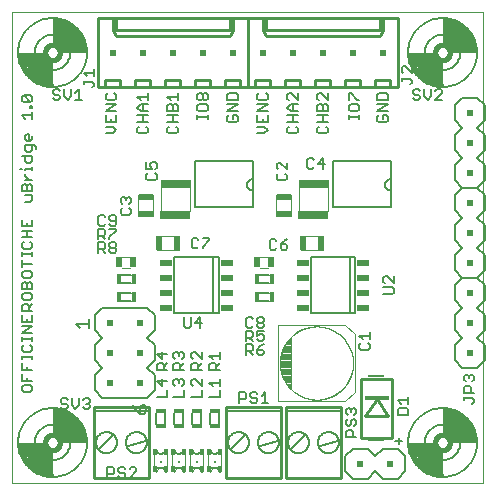
<source format=gbr>
G75*
%MOIN*%
%OFA0B0*%
%FSLAX24Y24*%
%IPPOS*%
%LPD*%
%AMOC8*
5,1,8,0,0,1.08239X$1,22.5*
%
%ADD10C,0.0010*%
%ADD11C,0.0060*%
%ADD12R,0.0340X0.0160*%
%ADD13C,0.0040*%
%ADD14R,0.0128X0.0197*%
%ADD15R,0.0059X0.0098*%
%ADD16R,0.0157X0.0069*%
%ADD17R,0.0079X0.0079*%
%ADD18R,0.0118X0.0118*%
%ADD19R,0.0128X0.0030*%
%ADD20C,0.0020*%
%ADD21C,0.0090*%
%ADD22C,0.0180*%
%ADD23C,0.0080*%
%ADD24R,0.0200X0.0200*%
%ADD25C,0.0100*%
%ADD26R,0.0531X0.0098*%
%ADD27R,0.0827X0.0118*%
%ADD28C,0.0050*%
%ADD29R,0.0512X0.0197*%
%ADD30R,0.0433X0.0193*%
%ADD31R,0.1024X0.0295*%
%ADD32R,0.0197X0.0512*%
%ADD33R,0.0160X0.0340*%
%ADD34R,0.0197X0.0374*%
D10*
X000233Y000914D02*
X000233Y016614D01*
X015933Y016614D01*
X015933Y000914D01*
X000233Y000914D01*
D11*
X000433Y002264D02*
X000435Y002331D01*
X000441Y002399D01*
X000451Y002466D01*
X000465Y002532D01*
X000482Y002597D01*
X000504Y002661D01*
X000529Y002724D01*
X000558Y002785D01*
X000590Y002844D01*
X000626Y002901D01*
X000665Y002956D01*
X000707Y003009D01*
X000752Y003059D01*
X000800Y003106D01*
X000851Y003151D01*
X000904Y003192D01*
X000960Y003231D01*
X001018Y003266D01*
X001078Y003297D01*
X001139Y003325D01*
X001202Y003349D01*
X001266Y003370D01*
X001332Y003386D01*
X001398Y003399D01*
X001465Y003408D01*
X001532Y003413D01*
X001600Y003414D01*
X001667Y003411D01*
X001734Y003404D01*
X001801Y003393D01*
X001867Y003378D01*
X001932Y003360D01*
X001996Y003337D01*
X002058Y003311D01*
X002119Y003282D01*
X002177Y003248D01*
X002234Y003212D01*
X002289Y003172D01*
X002341Y003129D01*
X002390Y003083D01*
X002437Y003034D01*
X002481Y002983D01*
X002521Y002929D01*
X002559Y002873D01*
X002593Y002814D01*
X002623Y002754D01*
X002650Y002692D01*
X002674Y002629D01*
X002693Y002564D01*
X002709Y002499D01*
X002721Y002432D01*
X002729Y002365D01*
X002733Y002298D01*
X002733Y002230D01*
X002729Y002163D01*
X002721Y002096D01*
X002709Y002029D01*
X002693Y001964D01*
X002674Y001899D01*
X002650Y001836D01*
X002623Y001774D01*
X002593Y001714D01*
X002559Y001655D01*
X002521Y001599D01*
X002481Y001545D01*
X002437Y001494D01*
X002390Y001445D01*
X002341Y001399D01*
X002289Y001356D01*
X002234Y001316D01*
X002177Y001280D01*
X002119Y001246D01*
X002058Y001217D01*
X001996Y001191D01*
X001932Y001168D01*
X001867Y001150D01*
X001801Y001135D01*
X001734Y001124D01*
X001667Y001117D01*
X001600Y001114D01*
X001532Y001115D01*
X001465Y001120D01*
X001398Y001129D01*
X001332Y001142D01*
X001266Y001158D01*
X001202Y001179D01*
X001139Y001203D01*
X001078Y001231D01*
X001018Y001262D01*
X000960Y001297D01*
X000904Y001336D01*
X000851Y001377D01*
X000800Y001422D01*
X000752Y001469D01*
X000707Y001519D01*
X000665Y001572D01*
X000626Y001627D01*
X000590Y001684D01*
X000558Y001743D01*
X000529Y001804D01*
X000504Y001867D01*
X000482Y001931D01*
X000465Y001996D01*
X000451Y002062D01*
X000441Y002129D01*
X000435Y002197D01*
X000433Y002264D01*
X001858Y003450D02*
X001915Y003394D01*
X002029Y003394D01*
X002085Y003450D01*
X002085Y003507D01*
X002029Y003564D01*
X001915Y003564D01*
X001858Y003621D01*
X001858Y003677D01*
X001915Y003734D01*
X002029Y003734D01*
X002085Y003677D01*
X002227Y003734D02*
X002227Y003507D01*
X002340Y003394D01*
X002454Y003507D01*
X002454Y003734D01*
X002595Y003677D02*
X002652Y003734D01*
X002765Y003734D01*
X002822Y003677D01*
X002822Y003621D01*
X002765Y003564D01*
X002822Y003507D01*
X002822Y003450D01*
X002765Y003394D01*
X002652Y003394D01*
X002595Y003450D01*
X002708Y003564D02*
X002765Y003564D01*
X003000Y003322D02*
X004766Y003322D01*
X005043Y003234D02*
X005043Y002894D01*
X005323Y002894D02*
X005323Y003234D01*
X005643Y003234D02*
X005643Y002894D01*
X005923Y002894D02*
X005923Y003234D01*
X006243Y003234D02*
X006243Y002894D01*
X006523Y002894D02*
X006523Y003234D01*
X006843Y003234D02*
X006843Y002894D01*
X007123Y002894D02*
X007123Y003234D01*
X007400Y003322D02*
X009166Y003322D01*
X009400Y003322D02*
X011166Y003322D01*
X011363Y003351D02*
X011420Y003407D01*
X011476Y003407D01*
X011533Y003351D01*
X011590Y003407D01*
X011647Y003407D01*
X011703Y003351D01*
X011703Y003237D01*
X011647Y003180D01*
X011647Y003039D02*
X011703Y002982D01*
X011703Y002869D01*
X011647Y002812D01*
X011533Y002869D02*
X011533Y002982D01*
X011590Y003039D01*
X011647Y003039D01*
X011533Y002869D02*
X011476Y002812D01*
X011420Y002812D01*
X011363Y002869D01*
X011363Y002982D01*
X011420Y003039D01*
X011420Y003180D02*
X011363Y003237D01*
X011363Y003351D01*
X011533Y003351D02*
X011533Y003294D01*
X011533Y002671D02*
X011420Y002671D01*
X011363Y002614D01*
X011363Y002444D01*
X011703Y002444D01*
X011590Y002444D02*
X011590Y002614D01*
X011533Y002671D01*
X011083Y002314D02*
X010483Y002164D01*
X010433Y002264D02*
X010435Y002301D01*
X010441Y002338D01*
X010451Y002374D01*
X010464Y002409D01*
X010481Y002442D01*
X010502Y002473D01*
X010526Y002501D01*
X010553Y002527D01*
X010582Y002550D01*
X010613Y002570D01*
X010647Y002586D01*
X010682Y002599D01*
X010718Y002608D01*
X010755Y002613D01*
X010792Y002614D01*
X010829Y002611D01*
X010866Y002604D01*
X010902Y002593D01*
X010936Y002579D01*
X010969Y002561D01*
X010999Y002539D01*
X011027Y002515D01*
X011052Y002487D01*
X011075Y002457D01*
X011094Y002425D01*
X011109Y002391D01*
X011121Y002356D01*
X011129Y002320D01*
X011133Y002283D01*
X011133Y002245D01*
X011129Y002208D01*
X011121Y002172D01*
X011109Y002137D01*
X011094Y002103D01*
X011075Y002071D01*
X011052Y002041D01*
X011027Y002013D01*
X010999Y001989D01*
X010969Y001967D01*
X010936Y001949D01*
X010902Y001935D01*
X010866Y001924D01*
X010829Y001917D01*
X010792Y001914D01*
X010755Y001915D01*
X010718Y001920D01*
X010682Y001929D01*
X010647Y001942D01*
X010613Y001958D01*
X010582Y001978D01*
X010553Y002001D01*
X010526Y002027D01*
X010502Y002055D01*
X010481Y002086D01*
X010464Y002119D01*
X010451Y002154D01*
X010441Y002190D01*
X010435Y002227D01*
X010433Y002264D01*
X009983Y002514D02*
X009533Y002064D01*
X009433Y002264D02*
X009435Y002301D01*
X009441Y002338D01*
X009451Y002374D01*
X009464Y002409D01*
X009481Y002442D01*
X009502Y002473D01*
X009526Y002501D01*
X009553Y002527D01*
X009582Y002550D01*
X009613Y002570D01*
X009647Y002586D01*
X009682Y002599D01*
X009718Y002608D01*
X009755Y002613D01*
X009792Y002614D01*
X009829Y002611D01*
X009866Y002604D01*
X009902Y002593D01*
X009936Y002579D01*
X009969Y002561D01*
X009999Y002539D01*
X010027Y002515D01*
X010052Y002487D01*
X010075Y002457D01*
X010094Y002425D01*
X010109Y002391D01*
X010121Y002356D01*
X010129Y002320D01*
X010133Y002283D01*
X010133Y002245D01*
X010129Y002208D01*
X010121Y002172D01*
X010109Y002137D01*
X010094Y002103D01*
X010075Y002071D01*
X010052Y002041D01*
X010027Y002013D01*
X009999Y001989D01*
X009969Y001967D01*
X009936Y001949D01*
X009902Y001935D01*
X009866Y001924D01*
X009829Y001917D01*
X009792Y001914D01*
X009755Y001915D01*
X009718Y001920D01*
X009682Y001929D01*
X009647Y001942D01*
X009613Y001958D01*
X009582Y001978D01*
X009553Y002001D01*
X009526Y002027D01*
X009502Y002055D01*
X009481Y002086D01*
X009464Y002119D01*
X009451Y002154D01*
X009441Y002190D01*
X009435Y002227D01*
X009433Y002264D01*
X009083Y002314D02*
X008483Y002164D01*
X008433Y002264D02*
X008435Y002301D01*
X008441Y002338D01*
X008451Y002374D01*
X008464Y002409D01*
X008481Y002442D01*
X008502Y002473D01*
X008526Y002501D01*
X008553Y002527D01*
X008582Y002550D01*
X008613Y002570D01*
X008647Y002586D01*
X008682Y002599D01*
X008718Y002608D01*
X008755Y002613D01*
X008792Y002614D01*
X008829Y002611D01*
X008866Y002604D01*
X008902Y002593D01*
X008936Y002579D01*
X008969Y002561D01*
X008999Y002539D01*
X009027Y002515D01*
X009052Y002487D01*
X009075Y002457D01*
X009094Y002425D01*
X009109Y002391D01*
X009121Y002356D01*
X009129Y002320D01*
X009133Y002283D01*
X009133Y002245D01*
X009129Y002208D01*
X009121Y002172D01*
X009109Y002137D01*
X009094Y002103D01*
X009075Y002071D01*
X009052Y002041D01*
X009027Y002013D01*
X008999Y001989D01*
X008969Y001967D01*
X008936Y001949D01*
X008902Y001935D01*
X008866Y001924D01*
X008829Y001917D01*
X008792Y001914D01*
X008755Y001915D01*
X008718Y001920D01*
X008682Y001929D01*
X008647Y001942D01*
X008613Y001958D01*
X008582Y001978D01*
X008553Y002001D01*
X008526Y002027D01*
X008502Y002055D01*
X008481Y002086D01*
X008464Y002119D01*
X008451Y002154D01*
X008441Y002190D01*
X008435Y002227D01*
X008433Y002264D01*
X007983Y002514D02*
X007533Y002064D01*
X007433Y002264D02*
X007435Y002301D01*
X007441Y002338D01*
X007451Y002374D01*
X007464Y002409D01*
X007481Y002442D01*
X007502Y002473D01*
X007526Y002501D01*
X007553Y002527D01*
X007582Y002550D01*
X007613Y002570D01*
X007647Y002586D01*
X007682Y002599D01*
X007718Y002608D01*
X007755Y002613D01*
X007792Y002614D01*
X007829Y002611D01*
X007866Y002604D01*
X007902Y002593D01*
X007936Y002579D01*
X007969Y002561D01*
X007999Y002539D01*
X008027Y002515D01*
X008052Y002487D01*
X008075Y002457D01*
X008094Y002425D01*
X008109Y002391D01*
X008121Y002356D01*
X008129Y002320D01*
X008133Y002283D01*
X008133Y002245D01*
X008129Y002208D01*
X008121Y002172D01*
X008109Y002137D01*
X008094Y002103D01*
X008075Y002071D01*
X008052Y002041D01*
X008027Y002013D01*
X007999Y001989D01*
X007969Y001967D01*
X007936Y001949D01*
X007902Y001935D01*
X007866Y001924D01*
X007829Y001917D01*
X007792Y001914D01*
X007755Y001915D01*
X007718Y001920D01*
X007682Y001929D01*
X007647Y001942D01*
X007613Y001958D01*
X007582Y001978D01*
X007553Y002001D01*
X007526Y002027D01*
X007502Y002055D01*
X007481Y002086D01*
X007464Y002119D01*
X007451Y002154D01*
X007441Y002190D01*
X007435Y002227D01*
X007433Y002264D01*
X007813Y003594D02*
X007813Y003934D01*
X007983Y003934D01*
X008040Y003877D01*
X008040Y003764D01*
X007983Y003707D01*
X007813Y003707D01*
X008182Y003650D02*
X008238Y003594D01*
X008352Y003594D01*
X008409Y003650D01*
X008409Y003707D01*
X008352Y003764D01*
X008238Y003764D01*
X008182Y003821D01*
X008182Y003877D01*
X008238Y003934D01*
X008352Y003934D01*
X008409Y003877D01*
X008550Y003821D02*
X008663Y003934D01*
X008663Y003594D01*
X008550Y003594D02*
X008777Y003594D01*
X008565Y005194D02*
X008452Y005194D01*
X008395Y005250D01*
X008395Y005364D01*
X008565Y005364D01*
X008622Y005307D01*
X008622Y005250D01*
X008565Y005194D01*
X008395Y005364D02*
X008508Y005477D01*
X008622Y005534D01*
X008565Y005644D02*
X008452Y005644D01*
X008395Y005700D01*
X008395Y005814D02*
X008508Y005871D01*
X008565Y005871D01*
X008622Y005814D01*
X008622Y005700D01*
X008565Y005644D01*
X008395Y005814D02*
X008395Y005984D01*
X008622Y005984D01*
X008565Y006094D02*
X008452Y006094D01*
X008395Y006150D01*
X008395Y006207D01*
X008452Y006264D01*
X008565Y006264D01*
X008622Y006207D01*
X008622Y006150D01*
X008565Y006094D01*
X008565Y006264D02*
X008622Y006321D01*
X008622Y006377D01*
X008565Y006434D01*
X008452Y006434D01*
X008395Y006377D01*
X008395Y006321D01*
X008452Y006264D01*
X008254Y006377D02*
X008197Y006434D01*
X008083Y006434D01*
X008027Y006377D01*
X008027Y006150D01*
X008083Y006094D01*
X008197Y006094D01*
X008254Y006150D01*
X008197Y005984D02*
X008254Y005927D01*
X008254Y005814D01*
X008197Y005757D01*
X008027Y005757D01*
X008140Y005757D02*
X008254Y005644D01*
X008197Y005534D02*
X008254Y005477D01*
X008254Y005364D01*
X008197Y005307D01*
X008027Y005307D01*
X008140Y005307D02*
X008254Y005194D01*
X008027Y005194D02*
X008027Y005534D01*
X008197Y005534D01*
X008027Y005644D02*
X008027Y005984D01*
X008197Y005984D01*
X008463Y006974D02*
X008803Y006974D01*
X008803Y007254D02*
X008463Y007254D01*
X008463Y007574D02*
X008803Y007574D01*
X008803Y007854D02*
X008463Y007854D01*
X008877Y008699D02*
X008991Y008699D01*
X009047Y008756D01*
X009189Y008756D02*
X009245Y008699D01*
X009359Y008699D01*
X009416Y008756D01*
X009416Y008813D01*
X009359Y008869D01*
X009189Y008869D01*
X009189Y008756D01*
X009189Y008869D02*
X009302Y008983D01*
X009416Y009040D01*
X009047Y008983D02*
X008991Y009040D01*
X008877Y009040D01*
X008820Y008983D01*
X008820Y008756D01*
X008877Y008699D01*
X006815Y009022D02*
X006588Y008795D01*
X006588Y008738D01*
X006446Y008795D02*
X006390Y008738D01*
X006276Y008738D01*
X006220Y008795D01*
X006220Y009022D01*
X006276Y009079D01*
X006390Y009079D01*
X006446Y009022D01*
X006588Y009079D02*
X006815Y009079D01*
X006815Y009022D01*
X004997Y011007D02*
X005053Y011064D01*
X005053Y011177D01*
X004997Y011234D01*
X004997Y011375D02*
X005053Y011432D01*
X005053Y011546D01*
X004997Y011602D01*
X004883Y011602D01*
X004826Y011546D01*
X004826Y011489D01*
X004883Y011375D01*
X004713Y011375D01*
X004713Y011602D01*
X004770Y011234D02*
X004713Y011177D01*
X004713Y011064D01*
X004770Y011007D01*
X004997Y011007D01*
X004198Y010389D02*
X004198Y010276D01*
X004141Y010219D01*
X004141Y010078D02*
X004198Y010021D01*
X004198Y009908D01*
X004141Y009851D01*
X003914Y009851D01*
X003858Y009908D01*
X003858Y010021D01*
X003914Y010078D01*
X003914Y010219D02*
X003858Y010276D01*
X003858Y010389D01*
X003914Y010446D01*
X003971Y010446D01*
X004028Y010389D01*
X004084Y010446D01*
X004141Y010446D01*
X004198Y010389D01*
X004028Y010389D02*
X004028Y010333D01*
X003652Y009834D02*
X003538Y009834D01*
X003482Y009777D01*
X003482Y009721D01*
X003538Y009664D01*
X003709Y009664D01*
X003709Y009777D02*
X003652Y009834D01*
X003709Y009777D02*
X003709Y009550D01*
X003652Y009494D01*
X003538Y009494D01*
X003482Y009550D01*
X003340Y009550D02*
X003283Y009494D01*
X003170Y009494D01*
X003113Y009550D01*
X003113Y009777D01*
X003170Y009834D01*
X003283Y009834D01*
X003340Y009777D01*
X003283Y009384D02*
X003113Y009384D01*
X003113Y009044D01*
X003113Y008934D02*
X003283Y008934D01*
X003340Y008877D01*
X003340Y008764D01*
X003283Y008707D01*
X003113Y008707D01*
X003113Y008594D02*
X003113Y008934D01*
X003113Y009157D02*
X003283Y009157D01*
X003340Y009214D01*
X003340Y009327D01*
X003283Y009384D01*
X003482Y009384D02*
X003709Y009384D01*
X003709Y009327D01*
X003482Y009100D01*
X003482Y009044D01*
X003538Y008934D02*
X003652Y008934D01*
X003709Y008877D01*
X003709Y008821D01*
X003652Y008764D01*
X003538Y008764D01*
X003482Y008821D01*
X003482Y008877D01*
X003538Y008934D01*
X003538Y008764D02*
X003482Y008707D01*
X003482Y008650D01*
X003538Y008594D01*
X003652Y008594D01*
X003709Y008650D01*
X003709Y008707D01*
X003652Y008764D01*
X003340Y008594D02*
X003227Y008707D01*
X003340Y009044D02*
X003227Y009157D01*
X003863Y007854D02*
X004203Y007854D01*
X004203Y007574D02*
X003863Y007574D01*
X003863Y007254D02*
X004203Y007254D01*
X004203Y006974D02*
X003863Y006974D01*
X003233Y006764D02*
X002983Y006514D01*
X002983Y006014D01*
X003233Y005764D01*
X002983Y005514D01*
X002983Y005014D01*
X003233Y004764D01*
X002983Y004514D01*
X002983Y004014D01*
X003233Y003764D01*
X004733Y003764D01*
X004983Y004014D01*
X004983Y004514D01*
X004733Y004764D01*
X004983Y005014D01*
X004983Y005514D01*
X004733Y005764D01*
X004983Y006014D01*
X004983Y006514D01*
X004733Y006764D01*
X003233Y006764D01*
X005063Y005214D02*
X005233Y005044D01*
X005233Y005271D01*
X005403Y005214D02*
X005063Y005214D01*
X005120Y004902D02*
X005233Y004902D01*
X005290Y004846D01*
X005290Y004675D01*
X005403Y004675D02*
X005063Y004675D01*
X005063Y004846D01*
X005120Y004902D01*
X005290Y004789D02*
X005403Y004902D01*
X005613Y004846D02*
X005670Y004902D01*
X005783Y004902D01*
X005840Y004846D01*
X005840Y004675D01*
X005953Y004675D02*
X005613Y004675D01*
X005613Y004846D01*
X005670Y005044D02*
X005613Y005100D01*
X005613Y005214D01*
X005670Y005271D01*
X005726Y005271D01*
X005783Y005214D01*
X005840Y005271D01*
X005897Y005271D01*
X005953Y005214D01*
X005953Y005100D01*
X005897Y005044D01*
X005953Y004902D02*
X005840Y004789D01*
X005783Y005157D02*
X005783Y005214D01*
X006213Y005214D02*
X006213Y005100D01*
X006270Y005044D01*
X006270Y004902D02*
X006383Y004902D01*
X006440Y004846D01*
X006440Y004675D01*
X006553Y004675D02*
X006213Y004675D01*
X006213Y004846D01*
X006270Y004902D01*
X006440Y004789D02*
X006553Y004902D01*
X006553Y005044D02*
X006326Y005271D01*
X006270Y005271D01*
X006213Y005214D01*
X006553Y005271D02*
X006553Y005044D01*
X006813Y005157D02*
X007153Y005157D01*
X007153Y005044D02*
X007153Y005271D01*
X006926Y005044D02*
X006813Y005157D01*
X006870Y004902D02*
X006983Y004902D01*
X007040Y004846D01*
X007040Y004675D01*
X007153Y004675D02*
X006813Y004675D01*
X006813Y004846D01*
X006870Y004902D01*
X007040Y004789D02*
X007153Y004902D01*
X007153Y004371D02*
X007153Y004144D01*
X007153Y004257D02*
X006813Y004257D01*
X006926Y004144D01*
X007153Y004002D02*
X007153Y003775D01*
X006813Y003775D01*
X006553Y003775D02*
X006553Y004002D01*
X006553Y004144D02*
X006326Y004371D01*
X006270Y004371D01*
X006213Y004314D01*
X006213Y004200D01*
X006270Y004144D01*
X006553Y004144D02*
X006553Y004371D01*
X006553Y003775D02*
X006213Y003775D01*
X005953Y003775D02*
X005953Y004002D01*
X005897Y004144D02*
X005953Y004200D01*
X005953Y004314D01*
X005897Y004371D01*
X005840Y004371D01*
X005783Y004314D01*
X005783Y004257D01*
X005783Y004314D02*
X005726Y004371D01*
X005670Y004371D01*
X005613Y004314D01*
X005613Y004200D01*
X005670Y004144D01*
X005403Y004002D02*
X005403Y003775D01*
X005063Y003775D01*
X005233Y004144D02*
X005233Y004371D01*
X005063Y004314D02*
X005233Y004144D01*
X005403Y004314D02*
X005063Y004314D01*
X005613Y003775D02*
X005953Y003775D01*
X004683Y002314D02*
X004083Y002164D01*
X004033Y002264D02*
X004035Y002301D01*
X004041Y002338D01*
X004051Y002374D01*
X004064Y002409D01*
X004081Y002442D01*
X004102Y002473D01*
X004126Y002501D01*
X004153Y002527D01*
X004182Y002550D01*
X004213Y002570D01*
X004247Y002586D01*
X004282Y002599D01*
X004318Y002608D01*
X004355Y002613D01*
X004392Y002614D01*
X004429Y002611D01*
X004466Y002604D01*
X004502Y002593D01*
X004536Y002579D01*
X004569Y002561D01*
X004599Y002539D01*
X004627Y002515D01*
X004652Y002487D01*
X004675Y002457D01*
X004694Y002425D01*
X004709Y002391D01*
X004721Y002356D01*
X004729Y002320D01*
X004733Y002283D01*
X004733Y002245D01*
X004729Y002208D01*
X004721Y002172D01*
X004709Y002137D01*
X004694Y002103D01*
X004675Y002071D01*
X004652Y002041D01*
X004627Y002013D01*
X004599Y001989D01*
X004569Y001967D01*
X004536Y001949D01*
X004502Y001935D01*
X004466Y001924D01*
X004429Y001917D01*
X004392Y001914D01*
X004355Y001915D01*
X004318Y001920D01*
X004282Y001929D01*
X004247Y001942D01*
X004213Y001958D01*
X004182Y001978D01*
X004153Y002001D01*
X004126Y002027D01*
X004102Y002055D01*
X004081Y002086D01*
X004064Y002119D01*
X004051Y002154D01*
X004041Y002190D01*
X004035Y002227D01*
X004033Y002264D01*
X003583Y002514D02*
X003133Y002064D01*
X003033Y002264D02*
X003035Y002301D01*
X003041Y002338D01*
X003051Y002374D01*
X003064Y002409D01*
X003081Y002442D01*
X003102Y002473D01*
X003126Y002501D01*
X003153Y002527D01*
X003182Y002550D01*
X003213Y002570D01*
X003247Y002586D01*
X003282Y002599D01*
X003318Y002608D01*
X003355Y002613D01*
X003392Y002614D01*
X003429Y002611D01*
X003466Y002604D01*
X003502Y002593D01*
X003536Y002579D01*
X003569Y002561D01*
X003599Y002539D01*
X003627Y002515D01*
X003652Y002487D01*
X003675Y002457D01*
X003694Y002425D01*
X003709Y002391D01*
X003721Y002356D01*
X003729Y002320D01*
X003733Y002283D01*
X003733Y002245D01*
X003729Y002208D01*
X003721Y002172D01*
X003709Y002137D01*
X003694Y002103D01*
X003675Y002071D01*
X003652Y002041D01*
X003627Y002013D01*
X003599Y001989D01*
X003569Y001967D01*
X003536Y001949D01*
X003502Y001935D01*
X003466Y001924D01*
X003429Y001917D01*
X003392Y001914D01*
X003355Y001915D01*
X003318Y001920D01*
X003282Y001929D01*
X003247Y001942D01*
X003213Y001958D01*
X003182Y001978D01*
X003153Y002001D01*
X003126Y002027D01*
X003102Y002055D01*
X003081Y002086D01*
X003064Y002119D01*
X003051Y002154D01*
X003041Y002190D01*
X003035Y002227D01*
X003033Y002264D01*
X003413Y001434D02*
X003583Y001434D01*
X003640Y001377D01*
X003640Y001264D01*
X003583Y001207D01*
X003413Y001207D01*
X003413Y001094D02*
X003413Y001434D01*
X003782Y001377D02*
X003782Y001321D01*
X003838Y001264D01*
X003952Y001264D01*
X004009Y001207D01*
X004009Y001150D01*
X003952Y001094D01*
X003838Y001094D01*
X003782Y001150D01*
X003782Y001377D02*
X003838Y001434D01*
X003952Y001434D01*
X004009Y001377D01*
X004150Y001377D02*
X004207Y001434D01*
X004320Y001434D01*
X004377Y001377D01*
X004377Y001321D01*
X004150Y001094D01*
X004377Y001094D01*
X000903Y004000D02*
X000903Y004114D01*
X000847Y004171D01*
X000620Y004171D01*
X000563Y004114D01*
X000563Y004000D01*
X000620Y003944D01*
X000847Y003944D01*
X000903Y004000D01*
X000903Y004312D02*
X000563Y004312D01*
X000563Y004539D01*
X000563Y004680D02*
X000563Y004907D01*
X000563Y005049D02*
X000563Y005162D01*
X000563Y005105D02*
X000903Y005105D01*
X000903Y005049D02*
X000903Y005162D01*
X000847Y005294D02*
X000903Y005351D01*
X000903Y005464D01*
X000847Y005521D01*
X000903Y005663D02*
X000903Y005776D01*
X000903Y005719D02*
X000563Y005719D01*
X000563Y005663D02*
X000563Y005776D01*
X000563Y005908D02*
X000903Y006135D01*
X000563Y006135D01*
X000563Y006276D02*
X000903Y006276D01*
X000903Y006503D01*
X000903Y006645D02*
X000563Y006645D01*
X000563Y006815D01*
X000620Y006872D01*
X000733Y006872D01*
X000790Y006815D01*
X000790Y006645D01*
X000790Y006758D02*
X000903Y006872D01*
X000847Y007013D02*
X000903Y007070D01*
X000903Y007183D01*
X000847Y007240D01*
X000620Y007240D01*
X000563Y007183D01*
X000563Y007070D01*
X000620Y007013D01*
X000847Y007013D01*
X000903Y007381D02*
X000563Y007381D01*
X000563Y007551D01*
X000620Y007608D01*
X000676Y007608D01*
X000733Y007551D01*
X000733Y007381D01*
X000903Y007381D02*
X000903Y007551D01*
X000847Y007608D01*
X000790Y007608D01*
X000733Y007551D01*
X000620Y007750D02*
X000847Y007750D01*
X000903Y007806D01*
X000903Y007920D01*
X000847Y007977D01*
X000620Y007977D01*
X000563Y007920D01*
X000563Y007806D01*
X000620Y007750D01*
X000563Y008118D02*
X000563Y008345D01*
X000563Y008231D02*
X000903Y008231D01*
X000903Y008486D02*
X000903Y008600D01*
X000903Y008543D02*
X000563Y008543D01*
X000563Y008486D02*
X000563Y008600D01*
X000620Y008732D02*
X000847Y008732D01*
X000903Y008789D01*
X000903Y008902D01*
X000847Y008959D01*
X000903Y009100D02*
X000563Y009100D01*
X000620Y008959D02*
X000563Y008902D01*
X000563Y008789D01*
X000620Y008732D01*
X000733Y009100D02*
X000733Y009327D01*
X000733Y009468D02*
X000733Y009582D01*
X000563Y009695D02*
X000563Y009468D01*
X000903Y009468D01*
X000903Y009695D01*
X000903Y009327D02*
X000563Y009327D01*
X000676Y010294D02*
X000847Y010294D01*
X000903Y010350D01*
X000903Y010521D01*
X000676Y010521D01*
X000733Y010662D02*
X000733Y010832D01*
X000790Y010889D01*
X000847Y010889D01*
X000903Y010832D01*
X000903Y010662D01*
X000563Y010662D01*
X000563Y010832D01*
X000620Y010889D01*
X000676Y010889D01*
X000733Y010832D01*
X000676Y011030D02*
X000903Y011030D01*
X000790Y011030D02*
X000676Y011144D01*
X000676Y011201D01*
X000676Y011337D02*
X000676Y011394D01*
X000903Y011394D01*
X000903Y011337D02*
X000903Y011451D01*
X000847Y011583D02*
X000733Y011583D01*
X000676Y011640D01*
X000676Y011810D01*
X000563Y011810D02*
X000903Y011810D01*
X000903Y011640D01*
X000847Y011583D01*
X000563Y011394D02*
X000506Y011394D01*
X000733Y011951D02*
X000847Y011951D01*
X000903Y012008D01*
X000903Y012178D01*
X000960Y012178D02*
X000676Y012178D01*
X000676Y012008D01*
X000733Y011951D01*
X000960Y012178D02*
X001017Y012121D01*
X001017Y012065D01*
X000847Y012319D02*
X000733Y012319D01*
X000676Y012376D01*
X000676Y012490D01*
X000733Y012546D01*
X000790Y012546D01*
X000790Y012319D01*
X000847Y012319D02*
X000903Y012376D01*
X000903Y012490D01*
X000903Y013056D02*
X000903Y013283D01*
X000903Y013170D02*
X000563Y013170D01*
X000676Y013056D01*
X000847Y013424D02*
X000847Y013481D01*
X000903Y013481D01*
X000903Y013424D01*
X000847Y013424D01*
X000847Y013609D02*
X000620Y013835D01*
X000847Y013835D01*
X000903Y013779D01*
X000903Y013665D01*
X000847Y013609D01*
X000620Y013609D01*
X000563Y013665D01*
X000563Y013779D01*
X000620Y013835D01*
X001611Y013750D02*
X001668Y013694D01*
X001781Y013694D01*
X001838Y013750D01*
X001838Y013807D01*
X001781Y013864D01*
X001668Y013864D01*
X001611Y013921D01*
X001611Y013977D01*
X001668Y014034D01*
X001781Y014034D01*
X001838Y013977D01*
X001979Y014034D02*
X001979Y013807D01*
X002093Y013694D01*
X002206Y013807D01*
X002206Y014034D01*
X002347Y013921D02*
X002461Y014034D01*
X002461Y013694D01*
X002574Y013694D02*
X002347Y013694D01*
X002624Y014218D02*
X002624Y014331D01*
X002624Y014274D02*
X002907Y014274D01*
X002964Y014218D01*
X002964Y014161D01*
X002907Y014104D01*
X002964Y014473D02*
X002964Y014700D01*
X002964Y014586D02*
X002624Y014586D01*
X002737Y014473D01*
X003363Y013846D02*
X003363Y013732D01*
X003420Y013675D01*
X003647Y013675D01*
X003703Y013732D01*
X003703Y013846D01*
X003647Y013902D01*
X003420Y013902D02*
X003363Y013846D01*
X003363Y013534D02*
X003703Y013534D01*
X003363Y013307D01*
X003703Y013307D01*
X003703Y013166D02*
X003703Y012939D01*
X003363Y012939D01*
X003363Y013166D01*
X003533Y013052D02*
X003533Y012939D01*
X003590Y012797D02*
X003363Y012797D01*
X003363Y012570D02*
X003590Y012570D01*
X003703Y012684D01*
X003590Y012797D01*
X004413Y012741D02*
X004413Y012627D01*
X004470Y012570D01*
X004697Y012570D01*
X004753Y012627D01*
X004753Y012741D01*
X004697Y012797D01*
X004753Y012939D02*
X004413Y012939D01*
X004470Y012797D02*
X004413Y012741D01*
X004583Y012939D02*
X004583Y013166D01*
X004583Y013307D02*
X004583Y013534D01*
X004526Y013534D02*
X004753Y013534D01*
X004753Y013675D02*
X004753Y013902D01*
X004753Y013789D02*
X004413Y013789D01*
X004526Y013675D01*
X004526Y013534D02*
X004413Y013421D01*
X004526Y013307D01*
X004753Y013307D01*
X004753Y013166D02*
X004413Y013166D01*
X005413Y013166D02*
X005753Y013166D01*
X005753Y013307D02*
X005753Y013477D01*
X005697Y013534D01*
X005640Y013534D01*
X005583Y013477D01*
X005583Y013307D01*
X005583Y013166D02*
X005583Y012939D01*
X005753Y012939D02*
X005413Y012939D01*
X005470Y012797D02*
X005413Y012741D01*
X005413Y012627D01*
X005470Y012570D01*
X005697Y012570D01*
X005753Y012627D01*
X005753Y012741D01*
X005697Y012797D01*
X005753Y013307D02*
X005413Y013307D01*
X005413Y013477D01*
X005470Y013534D01*
X005526Y013534D01*
X005583Y013477D01*
X005526Y013675D02*
X005413Y013789D01*
X005753Y013789D01*
X005753Y013902D02*
X005753Y013675D01*
X006413Y013732D02*
X006413Y013846D01*
X006470Y013902D01*
X006526Y013902D01*
X006583Y013846D01*
X006583Y013732D01*
X006526Y013675D01*
X006470Y013675D01*
X006413Y013732D01*
X006583Y013732D02*
X006640Y013675D01*
X006697Y013675D01*
X006753Y013732D01*
X006753Y013846D01*
X006697Y013902D01*
X006640Y013902D01*
X006583Y013846D01*
X006470Y013534D02*
X006413Y013477D01*
X006413Y013364D01*
X006470Y013307D01*
X006697Y013307D01*
X006753Y013364D01*
X006753Y013477D01*
X006697Y013534D01*
X006470Y013534D01*
X006413Y013175D02*
X006413Y013062D01*
X006413Y013118D02*
X006753Y013118D01*
X006753Y013062D02*
X006753Y013175D01*
X007413Y013109D02*
X007413Y012996D01*
X007470Y012939D01*
X007697Y012939D01*
X007753Y012996D01*
X007753Y013109D01*
X007697Y013166D01*
X007583Y013166D01*
X007583Y013052D01*
X007470Y013166D02*
X007413Y013109D01*
X007413Y013307D02*
X007753Y013534D01*
X007413Y013534D01*
X007413Y013675D02*
X007413Y013846D01*
X007470Y013902D01*
X007697Y013902D01*
X007753Y013846D01*
X007753Y013675D01*
X007413Y013675D01*
X007413Y013307D02*
X007753Y013307D01*
X008413Y013307D02*
X008753Y013534D01*
X008413Y013534D01*
X008470Y013675D02*
X008697Y013675D01*
X008753Y013732D01*
X008753Y013846D01*
X008697Y013902D01*
X008470Y013902D02*
X008413Y013846D01*
X008413Y013732D01*
X008470Y013675D01*
X008413Y013307D02*
X008753Y013307D01*
X008753Y013166D02*
X008753Y012939D01*
X008413Y012939D01*
X008413Y013166D01*
X008583Y013052D02*
X008583Y012939D01*
X008640Y012797D02*
X008413Y012797D01*
X008640Y012797D02*
X008753Y012684D01*
X008640Y012570D01*
X008413Y012570D01*
X009114Y011596D02*
X009058Y011539D01*
X009058Y011426D01*
X009114Y011369D01*
X009114Y011228D02*
X009058Y011171D01*
X009058Y011058D01*
X009114Y011001D01*
X009341Y011001D01*
X009398Y011058D01*
X009398Y011171D01*
X009341Y011228D01*
X009398Y011369D02*
X009171Y011596D01*
X009114Y011596D01*
X009398Y011596D02*
X009398Y011369D01*
X010063Y011450D02*
X010120Y011394D01*
X010233Y011394D01*
X010290Y011450D01*
X010432Y011564D02*
X010659Y011564D01*
X010602Y011394D02*
X010602Y011734D01*
X010432Y011564D01*
X010290Y011677D02*
X010233Y011734D01*
X010120Y011734D01*
X010063Y011677D01*
X010063Y011450D01*
X009697Y012570D02*
X009470Y012570D01*
X009413Y012627D01*
X009413Y012741D01*
X009470Y012797D01*
X009413Y012939D02*
X009753Y012939D01*
X009697Y012797D02*
X009753Y012741D01*
X009753Y012627D01*
X009697Y012570D01*
X009583Y012939D02*
X009583Y013166D01*
X009583Y013307D02*
X009583Y013534D01*
X009526Y013534D02*
X009753Y013534D01*
X009753Y013675D02*
X009526Y013902D01*
X009470Y013902D01*
X009413Y013846D01*
X009413Y013732D01*
X009470Y013675D01*
X009526Y013534D02*
X009413Y013421D01*
X009526Y013307D01*
X009753Y013307D01*
X009753Y013166D02*
X009413Y013166D01*
X009753Y013675D02*
X009753Y013902D01*
X010413Y013846D02*
X010413Y013732D01*
X010470Y013675D01*
X010470Y013534D02*
X010526Y013534D01*
X010583Y013477D01*
X010583Y013307D01*
X010583Y013166D02*
X010583Y012939D01*
X010753Y012939D02*
X010413Y012939D01*
X010470Y012797D02*
X010413Y012741D01*
X010413Y012627D01*
X010470Y012570D01*
X010697Y012570D01*
X010753Y012627D01*
X010753Y012741D01*
X010697Y012797D01*
X010753Y013166D02*
X010413Y013166D01*
X010413Y013307D02*
X010413Y013477D01*
X010470Y013534D01*
X010583Y013477D02*
X010640Y013534D01*
X010697Y013534D01*
X010753Y013477D01*
X010753Y013307D01*
X010413Y013307D01*
X010753Y013675D02*
X010526Y013902D01*
X010470Y013902D01*
X010413Y013846D01*
X010753Y013902D02*
X010753Y013675D01*
X011463Y013675D02*
X011463Y013902D01*
X011520Y013902D01*
X011747Y013675D01*
X011803Y013675D01*
X011747Y013534D02*
X011520Y013534D01*
X011463Y013477D01*
X011463Y013364D01*
X011520Y013307D01*
X011747Y013307D01*
X011803Y013364D01*
X011803Y013477D01*
X011747Y013534D01*
X011803Y013175D02*
X011803Y013062D01*
X011803Y013118D02*
X011463Y013118D01*
X011463Y013062D02*
X011463Y013175D01*
X012413Y013109D02*
X012413Y012996D01*
X012470Y012939D01*
X012697Y012939D01*
X012753Y012996D01*
X012753Y013109D01*
X012697Y013166D01*
X012583Y013166D01*
X012583Y013052D01*
X012470Y013166D02*
X012413Y013109D01*
X012413Y013307D02*
X012753Y013534D01*
X012413Y013534D01*
X012413Y013675D02*
X012413Y013846D01*
X012470Y013902D01*
X012697Y013902D01*
X012753Y013846D01*
X012753Y013675D01*
X012413Y013675D01*
X012413Y013307D02*
X012753Y013307D01*
X013611Y013750D02*
X013668Y013694D01*
X013781Y013694D01*
X013838Y013750D01*
X013838Y013807D01*
X013781Y013864D01*
X013668Y013864D01*
X013611Y013921D01*
X013611Y013977D01*
X013668Y014034D01*
X013781Y014034D01*
X013838Y013977D01*
X013979Y014034D02*
X013979Y013807D01*
X014093Y013694D01*
X014206Y013807D01*
X014206Y014034D01*
X014347Y013977D02*
X014404Y014034D01*
X014518Y014034D01*
X014574Y013977D01*
X014574Y013921D01*
X014347Y013694D01*
X014574Y013694D01*
X013564Y014261D02*
X013564Y014318D01*
X013507Y014374D01*
X013224Y014374D01*
X013224Y014318D02*
X013224Y014431D01*
X013280Y014573D02*
X013224Y014629D01*
X013224Y014743D01*
X013280Y014800D01*
X013337Y014800D01*
X013564Y014573D01*
X013564Y014800D01*
X013564Y014261D02*
X013507Y014204D01*
X013433Y015264D02*
X013435Y015331D01*
X013441Y015399D01*
X013451Y015466D01*
X013465Y015532D01*
X013482Y015597D01*
X013504Y015661D01*
X013529Y015724D01*
X013558Y015785D01*
X013590Y015844D01*
X013626Y015901D01*
X013665Y015956D01*
X013707Y016009D01*
X013752Y016059D01*
X013800Y016106D01*
X013851Y016151D01*
X013904Y016192D01*
X013960Y016231D01*
X014018Y016266D01*
X014078Y016297D01*
X014139Y016325D01*
X014202Y016349D01*
X014266Y016370D01*
X014332Y016386D01*
X014398Y016399D01*
X014465Y016408D01*
X014532Y016413D01*
X014600Y016414D01*
X014667Y016411D01*
X014734Y016404D01*
X014801Y016393D01*
X014867Y016378D01*
X014932Y016360D01*
X014996Y016337D01*
X015058Y016311D01*
X015119Y016282D01*
X015177Y016248D01*
X015234Y016212D01*
X015289Y016172D01*
X015341Y016129D01*
X015390Y016083D01*
X015437Y016034D01*
X015481Y015983D01*
X015521Y015929D01*
X015559Y015873D01*
X015593Y015814D01*
X015623Y015754D01*
X015650Y015692D01*
X015674Y015629D01*
X015693Y015564D01*
X015709Y015499D01*
X015721Y015432D01*
X015729Y015365D01*
X015733Y015298D01*
X015733Y015230D01*
X015729Y015163D01*
X015721Y015096D01*
X015709Y015029D01*
X015693Y014964D01*
X015674Y014899D01*
X015650Y014836D01*
X015623Y014774D01*
X015593Y014714D01*
X015559Y014655D01*
X015521Y014599D01*
X015481Y014545D01*
X015437Y014494D01*
X015390Y014445D01*
X015341Y014399D01*
X015289Y014356D01*
X015234Y014316D01*
X015177Y014280D01*
X015119Y014246D01*
X015058Y014217D01*
X014996Y014191D01*
X014932Y014168D01*
X014867Y014150D01*
X014801Y014135D01*
X014734Y014124D01*
X014667Y014117D01*
X014600Y014114D01*
X014532Y014115D01*
X014465Y014120D01*
X014398Y014129D01*
X014332Y014142D01*
X014266Y014158D01*
X014202Y014179D01*
X014139Y014203D01*
X014078Y014231D01*
X014018Y014262D01*
X013960Y014297D01*
X013904Y014336D01*
X013851Y014377D01*
X013800Y014422D01*
X013752Y014469D01*
X013707Y014519D01*
X013665Y014572D01*
X013626Y014627D01*
X013590Y014684D01*
X013558Y014743D01*
X013529Y014804D01*
X013504Y014867D01*
X013482Y014931D01*
X013465Y014996D01*
X013451Y015062D01*
X013441Y015129D01*
X013435Y015197D01*
X013433Y015264D01*
X012953Y007802D02*
X012953Y007575D01*
X012726Y007802D01*
X012670Y007802D01*
X012613Y007746D01*
X012613Y007632D01*
X012670Y007575D01*
X012613Y007434D02*
X012897Y007434D01*
X012953Y007377D01*
X012953Y007264D01*
X012897Y007207D01*
X012613Y007207D01*
X012153Y005939D02*
X012153Y005712D01*
X012153Y005825D02*
X011813Y005825D01*
X011926Y005712D01*
X011870Y005571D02*
X011813Y005514D01*
X011813Y005400D01*
X011870Y005344D01*
X012097Y005344D01*
X012153Y005400D01*
X012153Y005514D01*
X012097Y005571D01*
X013437Y003792D02*
X013437Y003565D01*
X013437Y003678D02*
X013097Y003678D01*
X013210Y003565D01*
X013153Y003423D02*
X013097Y003367D01*
X013097Y003196D01*
X013437Y003196D01*
X013437Y003367D01*
X013380Y003423D01*
X013153Y003423D01*
X013127Y002427D02*
X013127Y002200D01*
X013240Y002314D02*
X013013Y002314D01*
X013433Y002264D02*
X013435Y002331D01*
X013441Y002399D01*
X013451Y002466D01*
X013465Y002532D01*
X013482Y002597D01*
X013504Y002661D01*
X013529Y002724D01*
X013558Y002785D01*
X013590Y002844D01*
X013626Y002901D01*
X013665Y002956D01*
X013707Y003009D01*
X013752Y003059D01*
X013800Y003106D01*
X013851Y003151D01*
X013904Y003192D01*
X013960Y003231D01*
X014018Y003266D01*
X014078Y003297D01*
X014139Y003325D01*
X014202Y003349D01*
X014266Y003370D01*
X014332Y003386D01*
X014398Y003399D01*
X014465Y003408D01*
X014532Y003413D01*
X014600Y003414D01*
X014667Y003411D01*
X014734Y003404D01*
X014801Y003393D01*
X014867Y003378D01*
X014932Y003360D01*
X014996Y003337D01*
X015058Y003311D01*
X015119Y003282D01*
X015177Y003248D01*
X015234Y003212D01*
X015289Y003172D01*
X015341Y003129D01*
X015390Y003083D01*
X015437Y003034D01*
X015481Y002983D01*
X015521Y002929D01*
X015559Y002873D01*
X015593Y002814D01*
X015623Y002754D01*
X015650Y002692D01*
X015674Y002629D01*
X015693Y002564D01*
X015709Y002499D01*
X015721Y002432D01*
X015729Y002365D01*
X015733Y002298D01*
X015733Y002230D01*
X015729Y002163D01*
X015721Y002096D01*
X015709Y002029D01*
X015693Y001964D01*
X015674Y001899D01*
X015650Y001836D01*
X015623Y001774D01*
X015593Y001714D01*
X015559Y001655D01*
X015521Y001599D01*
X015481Y001545D01*
X015437Y001494D01*
X015390Y001445D01*
X015341Y001399D01*
X015289Y001356D01*
X015234Y001316D01*
X015177Y001280D01*
X015119Y001246D01*
X015058Y001217D01*
X014996Y001191D01*
X014932Y001168D01*
X014867Y001150D01*
X014801Y001135D01*
X014734Y001124D01*
X014667Y001117D01*
X014600Y001114D01*
X014532Y001115D01*
X014465Y001120D01*
X014398Y001129D01*
X014332Y001142D01*
X014266Y001158D01*
X014202Y001179D01*
X014139Y001203D01*
X014078Y001231D01*
X014018Y001262D01*
X013960Y001297D01*
X013904Y001336D01*
X013851Y001377D01*
X013800Y001422D01*
X013752Y001469D01*
X013707Y001519D01*
X013665Y001572D01*
X013626Y001627D01*
X013590Y001684D01*
X013558Y001743D01*
X013529Y001804D01*
X013504Y001867D01*
X013482Y001931D01*
X013465Y001996D01*
X013451Y002062D01*
X013441Y002129D01*
X013435Y002197D01*
X013433Y002264D01*
X015293Y003677D02*
X015293Y003791D01*
X015293Y003734D02*
X015577Y003734D01*
X015633Y003677D01*
X015633Y003620D01*
X015577Y003564D01*
X015633Y003932D02*
X015293Y003932D01*
X015293Y004102D01*
X015350Y004159D01*
X015463Y004159D01*
X015520Y004102D01*
X015520Y003932D01*
X015577Y004300D02*
X015633Y004357D01*
X015633Y004471D01*
X015577Y004527D01*
X015520Y004527D01*
X015463Y004471D01*
X015463Y004414D01*
X015463Y004471D02*
X015406Y004527D01*
X015350Y004527D01*
X015293Y004471D01*
X015293Y004357D01*
X015350Y004300D01*
X006572Y006264D02*
X006345Y006264D01*
X006515Y006434D01*
X006515Y006094D01*
X006204Y006150D02*
X006204Y006434D01*
X005977Y006434D02*
X005977Y006150D01*
X006033Y006094D01*
X006147Y006094D01*
X006204Y006150D01*
X000903Y005908D02*
X000563Y005908D01*
X000563Y006276D02*
X000563Y006503D01*
X000733Y006390D02*
X000733Y006276D01*
X000620Y005521D02*
X000563Y005464D01*
X000563Y005351D01*
X000620Y005294D01*
X000847Y005294D01*
X000733Y004794D02*
X000733Y004680D01*
X000903Y004680D02*
X000563Y004680D01*
X000733Y004425D02*
X000733Y004312D01*
X000433Y015264D02*
X000435Y015331D01*
X000441Y015399D01*
X000451Y015466D01*
X000465Y015532D01*
X000482Y015597D01*
X000504Y015661D01*
X000529Y015724D01*
X000558Y015785D01*
X000590Y015844D01*
X000626Y015901D01*
X000665Y015956D01*
X000707Y016009D01*
X000752Y016059D01*
X000800Y016106D01*
X000851Y016151D01*
X000904Y016192D01*
X000960Y016231D01*
X001018Y016266D01*
X001078Y016297D01*
X001139Y016325D01*
X001202Y016349D01*
X001266Y016370D01*
X001332Y016386D01*
X001398Y016399D01*
X001465Y016408D01*
X001532Y016413D01*
X001600Y016414D01*
X001667Y016411D01*
X001734Y016404D01*
X001801Y016393D01*
X001867Y016378D01*
X001932Y016360D01*
X001996Y016337D01*
X002058Y016311D01*
X002119Y016282D01*
X002177Y016248D01*
X002234Y016212D01*
X002289Y016172D01*
X002341Y016129D01*
X002390Y016083D01*
X002437Y016034D01*
X002481Y015983D01*
X002521Y015929D01*
X002559Y015873D01*
X002593Y015814D01*
X002623Y015754D01*
X002650Y015692D01*
X002674Y015629D01*
X002693Y015564D01*
X002709Y015499D01*
X002721Y015432D01*
X002729Y015365D01*
X002733Y015298D01*
X002733Y015230D01*
X002729Y015163D01*
X002721Y015096D01*
X002709Y015029D01*
X002693Y014964D01*
X002674Y014899D01*
X002650Y014836D01*
X002623Y014774D01*
X002593Y014714D01*
X002559Y014655D01*
X002521Y014599D01*
X002481Y014545D01*
X002437Y014494D01*
X002390Y014445D01*
X002341Y014399D01*
X002289Y014356D01*
X002234Y014316D01*
X002177Y014280D01*
X002119Y014246D01*
X002058Y014217D01*
X001996Y014191D01*
X001932Y014168D01*
X001867Y014150D01*
X001801Y014135D01*
X001734Y014124D01*
X001667Y014117D01*
X001600Y014114D01*
X001532Y014115D01*
X001465Y014120D01*
X001398Y014129D01*
X001332Y014142D01*
X001266Y014158D01*
X001202Y014179D01*
X001139Y014203D01*
X001078Y014231D01*
X001018Y014262D01*
X000960Y014297D01*
X000904Y014336D01*
X000851Y014377D01*
X000800Y014422D01*
X000752Y014469D01*
X000707Y014519D01*
X000665Y014572D01*
X000626Y014627D01*
X000590Y014684D01*
X000558Y014743D01*
X000529Y014804D01*
X000504Y014867D01*
X000482Y014931D01*
X000465Y014996D01*
X000451Y015062D01*
X000441Y015129D01*
X000435Y015197D01*
X000433Y015264D01*
D12*
X005183Y003314D03*
X005183Y002814D03*
X005783Y002814D03*
X005783Y003314D03*
X006383Y003314D03*
X006383Y002814D03*
X006983Y002814D03*
X006983Y003314D03*
D13*
X006846Y002028D02*
X006851Y002006D01*
X006859Y001986D01*
X006870Y001968D01*
X006885Y001951D01*
X006901Y001937D01*
X006920Y001925D01*
X006940Y001917D01*
X006961Y001912D01*
X006983Y001910D01*
X007005Y001912D01*
X007026Y001917D01*
X007046Y001925D01*
X007065Y001937D01*
X007081Y001951D01*
X007096Y001968D01*
X007107Y001986D01*
X007115Y002006D01*
X007120Y002028D01*
X007210Y001861D02*
X007210Y001300D01*
X007119Y001329D02*
X007121Y001341D01*
X007126Y001352D01*
X007134Y001361D01*
X007145Y001367D01*
X007157Y001370D01*
X007169Y001369D01*
X007181Y001365D01*
X007190Y001357D01*
X007197Y001347D01*
X007201Y001335D01*
X007201Y001323D01*
X007197Y001311D01*
X007190Y001301D01*
X007180Y001293D01*
X007169Y001289D01*
X007157Y001288D01*
X007145Y001291D01*
X007134Y001297D01*
X007126Y001306D01*
X007121Y001317D01*
X007119Y001329D01*
X007120Y001299D02*
X007115Y001321D01*
X007107Y001341D01*
X007096Y001359D01*
X007081Y001376D01*
X007065Y001390D01*
X007046Y001402D01*
X007026Y001410D01*
X007005Y001415D01*
X006983Y001417D01*
X006961Y001415D01*
X006940Y001410D01*
X006920Y001402D01*
X006901Y001390D01*
X006885Y001376D01*
X006870Y001359D01*
X006859Y001341D01*
X006851Y001321D01*
X006846Y001299D01*
X006757Y001457D02*
X006757Y001870D01*
X006610Y001861D02*
X006610Y001300D01*
X006519Y001329D02*
X006521Y001341D01*
X006526Y001352D01*
X006534Y001361D01*
X006545Y001367D01*
X006557Y001370D01*
X006569Y001369D01*
X006581Y001365D01*
X006590Y001357D01*
X006597Y001347D01*
X006601Y001335D01*
X006601Y001323D01*
X006597Y001311D01*
X006590Y001301D01*
X006580Y001293D01*
X006569Y001289D01*
X006557Y001288D01*
X006545Y001291D01*
X006534Y001297D01*
X006526Y001306D01*
X006521Y001317D01*
X006519Y001329D01*
X006520Y001299D02*
X006515Y001321D01*
X006507Y001341D01*
X006496Y001359D01*
X006481Y001376D01*
X006465Y001390D01*
X006446Y001402D01*
X006426Y001410D01*
X006405Y001415D01*
X006383Y001417D01*
X006361Y001415D01*
X006340Y001410D01*
X006320Y001402D01*
X006301Y001390D01*
X006285Y001376D01*
X006270Y001359D01*
X006259Y001341D01*
X006251Y001321D01*
X006246Y001299D01*
X006157Y001457D02*
X006157Y001870D01*
X006010Y001861D02*
X006010Y001300D01*
X005919Y001329D02*
X005921Y001341D01*
X005926Y001352D01*
X005934Y001361D01*
X005945Y001367D01*
X005957Y001370D01*
X005969Y001369D01*
X005981Y001365D01*
X005990Y001357D01*
X005997Y001347D01*
X006001Y001335D01*
X006001Y001323D01*
X005997Y001311D01*
X005990Y001301D01*
X005980Y001293D01*
X005969Y001289D01*
X005957Y001288D01*
X005945Y001291D01*
X005934Y001297D01*
X005926Y001306D01*
X005921Y001317D01*
X005919Y001329D01*
X005920Y001299D02*
X005915Y001321D01*
X005907Y001341D01*
X005896Y001359D01*
X005881Y001376D01*
X005865Y001390D01*
X005846Y001402D01*
X005826Y001410D01*
X005805Y001415D01*
X005783Y001417D01*
X005761Y001415D01*
X005740Y001410D01*
X005720Y001402D01*
X005701Y001390D01*
X005685Y001376D01*
X005670Y001359D01*
X005659Y001341D01*
X005651Y001321D01*
X005646Y001299D01*
X005557Y001457D02*
X005557Y001870D01*
X005410Y001861D02*
X005410Y001300D01*
X005319Y001329D02*
X005321Y001341D01*
X005326Y001352D01*
X005334Y001361D01*
X005345Y001367D01*
X005357Y001370D01*
X005369Y001369D01*
X005381Y001365D01*
X005390Y001357D01*
X005397Y001347D01*
X005401Y001335D01*
X005401Y001323D01*
X005397Y001311D01*
X005390Y001301D01*
X005380Y001293D01*
X005369Y001289D01*
X005357Y001288D01*
X005345Y001291D01*
X005334Y001297D01*
X005326Y001306D01*
X005321Y001317D01*
X005319Y001329D01*
X005320Y001299D02*
X005315Y001321D01*
X005307Y001341D01*
X005296Y001359D01*
X005281Y001376D01*
X005265Y001390D01*
X005246Y001402D01*
X005226Y001410D01*
X005205Y001415D01*
X005183Y001417D01*
X005161Y001415D01*
X005140Y001410D01*
X005120Y001402D01*
X005101Y001390D01*
X005085Y001376D01*
X005070Y001359D01*
X005059Y001341D01*
X005051Y001321D01*
X005046Y001299D01*
X004957Y001457D02*
X004957Y001870D01*
X005046Y002028D02*
X005051Y002006D01*
X005059Y001986D01*
X005070Y001968D01*
X005085Y001951D01*
X005101Y001937D01*
X005120Y001925D01*
X005140Y001917D01*
X005161Y001912D01*
X005183Y001910D01*
X005205Y001912D01*
X005226Y001917D01*
X005246Y001925D01*
X005265Y001937D01*
X005281Y001951D01*
X005296Y001968D01*
X005307Y001986D01*
X005315Y002006D01*
X005320Y002028D01*
X005646Y002028D02*
X005651Y002006D01*
X005659Y001986D01*
X005670Y001968D01*
X005685Y001951D01*
X005701Y001937D01*
X005720Y001925D01*
X005740Y001917D01*
X005761Y001912D01*
X005783Y001910D01*
X005805Y001912D01*
X005826Y001917D01*
X005846Y001925D01*
X005865Y001937D01*
X005881Y001951D01*
X005896Y001968D01*
X005907Y001986D01*
X005915Y002006D01*
X005920Y002028D01*
X006246Y002028D02*
X006251Y002006D01*
X006259Y001986D01*
X006270Y001968D01*
X006285Y001951D01*
X006301Y001937D01*
X006320Y001925D01*
X006340Y001917D01*
X006361Y001912D01*
X006383Y001910D01*
X006405Y001912D01*
X006426Y001917D01*
X006446Y001925D01*
X006465Y001937D01*
X006481Y001951D01*
X006496Y001968D01*
X006507Y001986D01*
X006515Y002006D01*
X006520Y002028D01*
X009104Y003634D02*
X009104Y004638D01*
X009200Y004660D02*
X009176Y004829D01*
X009176Y004999D01*
X009200Y005167D01*
X009247Y005331D01*
X009316Y005486D01*
X009407Y005630D01*
X009517Y005760D01*
X009517Y004067D01*
X009407Y004197D01*
X009316Y004341D01*
X009247Y004497D01*
X009517Y004497D01*
X009517Y004535D02*
X009236Y004535D01*
X009247Y004497D02*
X009200Y004660D01*
X009202Y004651D02*
X009517Y004651D01*
X009517Y004689D02*
X009195Y004689D01*
X009190Y004728D02*
X009517Y004728D01*
X009517Y004766D02*
X009185Y004766D01*
X009179Y004805D02*
X009517Y004805D01*
X009517Y004843D02*
X009176Y004843D01*
X009176Y004882D02*
X009517Y004882D01*
X009517Y004920D02*
X009176Y004920D01*
X009176Y004959D02*
X009517Y004959D01*
X009517Y004997D02*
X009176Y004997D01*
X009181Y005036D02*
X009517Y005036D01*
X009517Y005074D02*
X009186Y005074D01*
X009192Y005113D02*
X009517Y005113D01*
X009517Y005151D02*
X009197Y005151D01*
X009206Y005190D02*
X009517Y005190D01*
X009517Y005228D02*
X009217Y005228D01*
X009228Y005267D02*
X009517Y005267D01*
X009517Y005305D02*
X009239Y005305D01*
X009253Y005344D02*
X009517Y005344D01*
X009517Y005382D02*
X009270Y005382D01*
X009287Y005421D02*
X009517Y005421D01*
X009517Y005459D02*
X009304Y005459D01*
X009324Y005498D02*
X009517Y005498D01*
X009517Y005536D02*
X009348Y005536D01*
X009372Y005575D02*
X009517Y005575D01*
X009517Y005613D02*
X009396Y005613D01*
X009425Y005652D02*
X009517Y005652D01*
X009517Y005690D02*
X009458Y005690D01*
X009491Y005729D02*
X009517Y005729D01*
X009104Y006193D02*
X009104Y005229D01*
X009213Y004612D02*
X009517Y004612D01*
X009517Y004574D02*
X009224Y004574D01*
X009264Y004458D02*
X009517Y004458D01*
X009517Y004420D02*
X009281Y004420D01*
X009298Y004381D02*
X009517Y004381D01*
X009517Y004343D02*
X009316Y004343D01*
X009340Y004304D02*
X009517Y004304D01*
X009517Y004266D02*
X009364Y004266D01*
X009388Y004227D02*
X009517Y004227D01*
X009517Y004189D02*
X009414Y004189D01*
X009447Y004150D02*
X009517Y004150D01*
X009517Y004112D02*
X009480Y004112D01*
X009512Y004073D02*
X009517Y004073D01*
X009104Y003634D02*
X011348Y003634D01*
X011663Y003949D01*
X011348Y003634D01*
X009104Y003634D01*
X009104Y006193D01*
X011348Y006193D01*
X011663Y005878D01*
X011663Y003949D01*
X011564Y004609D02*
X011545Y004543D01*
X011522Y004477D01*
X011495Y004413D01*
X011465Y004351D01*
X011431Y004290D01*
X011395Y004232D01*
X011354Y004176D01*
X011311Y004122D01*
X011265Y004070D01*
X011215Y004022D01*
X011163Y003976D01*
X011109Y003933D01*
X011052Y003894D01*
X010993Y003857D01*
X010932Y003824D01*
X010870Y003795D01*
X010806Y003769D01*
X010740Y003747D01*
X010673Y003729D01*
X010606Y003714D01*
X010537Y003704D01*
X010468Y003697D01*
X010399Y003694D01*
X010330Y003695D01*
X010261Y003700D01*
X010192Y003709D01*
X010124Y003722D01*
X010057Y003739D01*
X009991Y003759D01*
X009926Y003783D01*
X009863Y003811D01*
X009801Y003842D01*
X009742Y003877D01*
X009684Y003915D01*
X009628Y003957D01*
X009575Y004001D01*
X009525Y004049D01*
X009477Y004099D01*
X009433Y004152D01*
X009391Y004207D01*
X009352Y004264D01*
X009317Y004324D01*
X009286Y004386D01*
X009258Y004449D01*
X009233Y004513D01*
X009212Y004579D01*
X009202Y005219D02*
X009221Y005285D01*
X009244Y005351D01*
X009271Y005415D01*
X009301Y005477D01*
X009335Y005538D01*
X009371Y005596D01*
X009412Y005652D01*
X009455Y005706D01*
X009501Y005758D01*
X009551Y005806D01*
X009603Y005852D01*
X009657Y005895D01*
X009714Y005934D01*
X009773Y005971D01*
X009834Y006004D01*
X009896Y006033D01*
X009960Y006059D01*
X010026Y006081D01*
X010093Y006099D01*
X010160Y006114D01*
X010229Y006124D01*
X010298Y006131D01*
X010367Y006134D01*
X010436Y006133D01*
X010505Y006128D01*
X010574Y006119D01*
X010642Y006106D01*
X010709Y006089D01*
X010775Y006069D01*
X010840Y006045D01*
X010903Y006017D01*
X010965Y005986D01*
X011024Y005951D01*
X011082Y005913D01*
X011138Y005871D01*
X011191Y005827D01*
X011241Y005779D01*
X011289Y005729D01*
X011333Y005676D01*
X011375Y005621D01*
X011414Y005564D01*
X011449Y005504D01*
X011480Y005442D01*
X011508Y005379D01*
X011533Y005315D01*
X011554Y005249D01*
X011663Y005878D02*
X011348Y006193D01*
X009104Y006193D01*
X009162Y004914D02*
X009164Y004984D01*
X009170Y005053D01*
X009180Y005122D01*
X009194Y005191D01*
X009211Y005258D01*
X009233Y005324D01*
X009258Y005389D01*
X009287Y005453D01*
X009320Y005514D01*
X009356Y005574D01*
X009395Y005632D01*
X009438Y005687D01*
X009483Y005740D01*
X009532Y005790D01*
X009583Y005837D01*
X009637Y005881D01*
X009694Y005922D01*
X009752Y005960D01*
X009813Y005994D01*
X009876Y006025D01*
X009940Y006052D01*
X010006Y006075D01*
X010073Y006095D01*
X010141Y006111D01*
X010209Y006123D01*
X010279Y006131D01*
X010348Y006135D01*
X010418Y006135D01*
X010487Y006131D01*
X010557Y006123D01*
X010625Y006111D01*
X010693Y006095D01*
X010760Y006075D01*
X010826Y006052D01*
X010890Y006025D01*
X010953Y005994D01*
X011014Y005960D01*
X011072Y005922D01*
X011129Y005881D01*
X011183Y005837D01*
X011234Y005790D01*
X011283Y005740D01*
X011328Y005687D01*
X011371Y005632D01*
X011410Y005574D01*
X011446Y005514D01*
X011479Y005453D01*
X011508Y005389D01*
X011533Y005324D01*
X011555Y005258D01*
X011572Y005191D01*
X011586Y005122D01*
X011596Y005053D01*
X011602Y004984D01*
X011604Y004914D01*
X011602Y004844D01*
X011596Y004775D01*
X011586Y004706D01*
X011572Y004637D01*
X011555Y004570D01*
X011533Y004504D01*
X011508Y004439D01*
X011479Y004375D01*
X011446Y004314D01*
X011410Y004254D01*
X011371Y004196D01*
X011328Y004141D01*
X011283Y004088D01*
X011234Y004038D01*
X011183Y003991D01*
X011129Y003947D01*
X011072Y003906D01*
X011014Y003868D01*
X010953Y003834D01*
X010890Y003803D01*
X010826Y003776D01*
X010760Y003753D01*
X010693Y003733D01*
X010625Y003717D01*
X010557Y003705D01*
X010487Y003697D01*
X010418Y003693D01*
X010348Y003693D01*
X010279Y003697D01*
X010209Y003705D01*
X010141Y003717D01*
X010073Y003733D01*
X010006Y003753D01*
X009940Y003776D01*
X009876Y003803D01*
X009813Y003834D01*
X009752Y003868D01*
X009694Y003906D01*
X009637Y003947D01*
X009583Y003991D01*
X009532Y004038D01*
X009483Y004088D01*
X009438Y004141D01*
X009395Y004196D01*
X009356Y004254D01*
X009320Y004314D01*
X009287Y004375D01*
X009258Y004439D01*
X009233Y004504D01*
X009211Y004570D01*
X009194Y004637D01*
X009180Y004706D01*
X009170Y004775D01*
X009164Y004844D01*
X009162Y004914D01*
X008773Y008099D02*
X008493Y008099D01*
X008493Y008434D02*
X008773Y008434D01*
X009869Y008678D02*
X010598Y008678D01*
X010598Y009150D02*
X009869Y009150D01*
X009520Y009800D02*
X009520Y010528D01*
X009793Y010744D02*
X009793Y009984D01*
X009047Y009800D02*
X009047Y010528D01*
X010773Y010744D02*
X010773Y009984D01*
X006173Y009984D02*
X006173Y010744D01*
X005193Y010744D02*
X005193Y009984D01*
X004920Y009800D02*
X004920Y010528D01*
X004447Y010528D02*
X004447Y009800D01*
X005069Y009150D02*
X005798Y009150D01*
X005798Y008678D02*
X005069Y008678D01*
X004173Y008434D02*
X003893Y008434D01*
X003893Y008099D02*
X004173Y008099D01*
D14*
X005001Y001959D03*
X005365Y001959D03*
X005601Y001959D03*
X005965Y001959D03*
X006201Y001959D03*
X006565Y001959D03*
X006801Y001959D03*
X007165Y001959D03*
X006801Y001368D03*
X006201Y001368D03*
X005601Y001368D03*
X005001Y001368D03*
D15*
X005085Y001418D03*
X005282Y001418D03*
X005685Y001418D03*
X005882Y001418D03*
X006285Y001418D03*
X006482Y001418D03*
X006885Y001418D03*
X007082Y001418D03*
X007082Y001910D03*
X006885Y001910D03*
X006482Y001910D03*
X006285Y001910D03*
X005882Y001910D03*
X005685Y001910D03*
X005282Y001910D03*
X005085Y001910D03*
D16*
X005183Y001895D03*
X005183Y001432D03*
X005783Y001432D03*
X005783Y001895D03*
X006383Y001895D03*
X006383Y001432D03*
X006983Y001432D03*
X006983Y001895D03*
D17*
X006983Y001624D03*
X006383Y001624D03*
X005783Y001624D03*
X005183Y001624D03*
D18*
X005360Y001408D03*
X005960Y001408D03*
X006560Y001408D03*
X007160Y001408D03*
D19*
X007165Y001285D03*
X006565Y001285D03*
X005965Y001285D03*
X005365Y001285D03*
D20*
X001583Y001214D02*
X001583Y001114D01*
X001583Y003314D02*
X001583Y003414D01*
X001583Y014114D02*
X001583Y014214D01*
X001583Y016314D02*
X001583Y016414D01*
X014583Y016414D02*
X014583Y016314D01*
X014583Y014214D02*
X014583Y014114D01*
X014583Y003414D02*
X014583Y003314D01*
X014583Y001214D02*
X014583Y001114D01*
D21*
X015687Y002308D02*
X014874Y002308D01*
X014875Y002309D02*
X014867Y002342D01*
X014857Y002374D01*
X014842Y002405D01*
X014824Y002434D01*
X014803Y002460D01*
X014779Y002484D01*
X014753Y002505D01*
X014724Y002523D01*
X014693Y002538D01*
X014661Y002548D01*
X014628Y002556D01*
X014627Y003368D01*
X014628Y003368D01*
X014694Y003363D01*
X014759Y003355D01*
X014824Y003343D01*
X014887Y003326D01*
X014950Y003306D01*
X015011Y003283D01*
X015071Y003255D01*
X015129Y003224D01*
X015186Y003190D01*
X015240Y003153D01*
X015292Y003112D01*
X015341Y003068D01*
X015387Y003022D01*
X015431Y002973D01*
X015472Y002921D01*
X015509Y002867D01*
X015543Y002810D01*
X015574Y002752D01*
X015602Y002692D01*
X015625Y002631D01*
X015645Y002568D01*
X015662Y002505D01*
X015674Y002440D01*
X015682Y002375D01*
X015687Y002309D01*
X015602Y002309D01*
X015597Y002372D01*
X015589Y002434D01*
X015576Y002496D01*
X015560Y002557D01*
X015540Y002617D01*
X015517Y002675D01*
X015489Y002732D01*
X015459Y002787D01*
X015425Y002840D01*
X015388Y002891D01*
X015347Y002939D01*
X015304Y002985D01*
X015258Y003028D01*
X015210Y003069D01*
X015159Y003106D01*
X015106Y003140D01*
X015051Y003170D01*
X014994Y003198D01*
X014936Y003221D01*
X014876Y003241D01*
X014815Y003257D01*
X014753Y003270D01*
X014691Y003278D01*
X014628Y003283D01*
X014628Y003198D01*
X014688Y003193D01*
X014747Y003184D01*
X014806Y003172D01*
X014863Y003156D01*
X014920Y003136D01*
X014975Y003113D01*
X015029Y003086D01*
X015080Y003056D01*
X015130Y003022D01*
X015178Y002986D01*
X015223Y002946D01*
X015265Y002904D01*
X015305Y002859D01*
X015341Y002811D01*
X015375Y002761D01*
X015405Y002710D01*
X015432Y002656D01*
X015455Y002601D01*
X015475Y002544D01*
X015491Y002487D01*
X015503Y002428D01*
X015512Y002369D01*
X015517Y002309D01*
X015432Y002309D01*
X015427Y002365D01*
X015418Y002421D01*
X015406Y002477D01*
X015390Y002531D01*
X015370Y002584D01*
X015347Y002636D01*
X015321Y002686D01*
X015291Y002734D01*
X015259Y002780D01*
X015223Y002824D01*
X015184Y002865D01*
X015143Y002904D01*
X015099Y002940D01*
X015053Y002972D01*
X015005Y003002D01*
X014955Y003028D01*
X014903Y003051D01*
X014850Y003071D01*
X014796Y003087D01*
X014740Y003099D01*
X014684Y003108D01*
X014628Y003113D01*
X014628Y003028D01*
X014681Y003023D01*
X014733Y003014D01*
X014784Y003002D01*
X014835Y002986D01*
X014884Y002967D01*
X014932Y002945D01*
X014978Y002919D01*
X015023Y002890D01*
X015065Y002858D01*
X015105Y002823D01*
X015142Y002786D01*
X015177Y002746D01*
X015209Y002704D01*
X015238Y002659D01*
X015264Y002613D01*
X015286Y002565D01*
X015305Y002516D01*
X015321Y002465D01*
X015333Y002414D01*
X015342Y002362D01*
X015347Y002309D01*
X015262Y002309D01*
X015256Y002360D01*
X015247Y002411D01*
X015234Y002461D01*
X015217Y002509D01*
X015197Y002557D01*
X015173Y002602D01*
X015146Y002646D01*
X015115Y002687D01*
X015082Y002726D01*
X015045Y002763D01*
X015006Y002796D01*
X014965Y002827D01*
X014921Y002854D01*
X014876Y002878D01*
X014828Y002898D01*
X014780Y002915D01*
X014730Y002928D01*
X014679Y002937D01*
X014628Y002943D01*
X014628Y002857D01*
X014675Y002852D01*
X014721Y002843D01*
X014766Y002830D01*
X014810Y002814D01*
X014852Y002794D01*
X014893Y002772D01*
X014932Y002746D01*
X014969Y002717D01*
X015004Y002685D01*
X015036Y002650D01*
X015065Y002613D01*
X015091Y002574D01*
X015113Y002533D01*
X015133Y002491D01*
X015149Y002447D01*
X015162Y002402D01*
X015171Y002356D01*
X015176Y002309D01*
X015091Y002309D01*
X015085Y002353D01*
X015076Y002396D01*
X015062Y002439D01*
X015045Y002480D01*
X015025Y002519D01*
X015001Y002557D01*
X014974Y002592D01*
X014944Y002625D01*
X014911Y002655D01*
X014876Y002682D01*
X014838Y002706D01*
X014799Y002726D01*
X014758Y002743D01*
X014715Y002757D01*
X014672Y002766D01*
X014628Y002772D01*
X014628Y002687D01*
X014666Y002681D01*
X014703Y002672D01*
X014740Y002659D01*
X014775Y002643D01*
X014808Y002624D01*
X014840Y002602D01*
X014870Y002578D01*
X014897Y002551D01*
X014921Y002521D01*
X014943Y002489D01*
X014962Y002456D01*
X014978Y002421D01*
X014991Y002384D01*
X015000Y002347D01*
X015006Y002309D01*
X014920Y002309D01*
X014914Y002342D01*
X014904Y002375D01*
X014892Y002407D01*
X014876Y002437D01*
X014857Y002466D01*
X014835Y002492D01*
X014811Y002516D01*
X014785Y002538D01*
X014756Y002557D01*
X014726Y002573D01*
X014694Y002585D01*
X014661Y002595D01*
X014628Y002601D01*
X013479Y002220D02*
X014292Y002220D01*
X014291Y002219D02*
X014299Y002186D01*
X014309Y002154D01*
X014324Y002123D01*
X014342Y002094D01*
X014363Y002068D01*
X014387Y002044D01*
X014413Y002023D01*
X014442Y002005D01*
X014473Y001990D01*
X014505Y001980D01*
X014538Y001972D01*
X014539Y001160D01*
X014538Y001160D01*
X014472Y001165D01*
X014407Y001173D01*
X014342Y001185D01*
X014279Y001202D01*
X014216Y001222D01*
X014155Y001245D01*
X014095Y001273D01*
X014037Y001304D01*
X013980Y001338D01*
X013926Y001375D01*
X013874Y001416D01*
X013825Y001460D01*
X013779Y001506D01*
X013735Y001555D01*
X013694Y001607D01*
X013657Y001661D01*
X013623Y001718D01*
X013592Y001776D01*
X013564Y001836D01*
X013541Y001897D01*
X013521Y001960D01*
X013504Y002023D01*
X013492Y002088D01*
X013484Y002153D01*
X013479Y002219D01*
X013564Y002219D01*
X013569Y002156D01*
X013577Y002094D01*
X013590Y002032D01*
X013606Y001971D01*
X013626Y001911D01*
X013649Y001853D01*
X013677Y001796D01*
X013707Y001741D01*
X013741Y001688D01*
X013778Y001637D01*
X013819Y001589D01*
X013862Y001543D01*
X013908Y001500D01*
X013956Y001459D01*
X014007Y001422D01*
X014060Y001388D01*
X014115Y001358D01*
X014172Y001330D01*
X014230Y001307D01*
X014290Y001287D01*
X014351Y001271D01*
X014413Y001258D01*
X014475Y001250D01*
X014538Y001245D01*
X014538Y001330D01*
X014478Y001335D01*
X014419Y001344D01*
X014360Y001356D01*
X014303Y001372D01*
X014246Y001392D01*
X014191Y001415D01*
X014137Y001442D01*
X014086Y001472D01*
X014036Y001506D01*
X013988Y001542D01*
X013943Y001582D01*
X013901Y001624D01*
X013861Y001669D01*
X013825Y001717D01*
X013791Y001767D01*
X013761Y001818D01*
X013734Y001872D01*
X013711Y001927D01*
X013691Y001984D01*
X013675Y002041D01*
X013663Y002100D01*
X013654Y002159D01*
X013649Y002219D01*
X013734Y002219D01*
X013739Y002163D01*
X013748Y002107D01*
X013760Y002051D01*
X013776Y001997D01*
X013796Y001944D01*
X013819Y001892D01*
X013845Y001842D01*
X013875Y001794D01*
X013907Y001748D01*
X013943Y001704D01*
X013982Y001663D01*
X014023Y001624D01*
X014067Y001588D01*
X014113Y001556D01*
X014161Y001526D01*
X014211Y001500D01*
X014263Y001477D01*
X014316Y001457D01*
X014370Y001441D01*
X014426Y001429D01*
X014482Y001420D01*
X014538Y001415D01*
X014538Y001500D01*
X014485Y001505D01*
X014433Y001514D01*
X014382Y001526D01*
X014331Y001542D01*
X014282Y001561D01*
X014234Y001583D01*
X014188Y001609D01*
X014143Y001638D01*
X014101Y001670D01*
X014061Y001705D01*
X014024Y001742D01*
X013989Y001782D01*
X013957Y001824D01*
X013928Y001869D01*
X013902Y001915D01*
X013880Y001963D01*
X013861Y002012D01*
X013845Y002063D01*
X013833Y002114D01*
X013824Y002166D01*
X013819Y002219D01*
X013904Y002219D01*
X013910Y002168D01*
X013919Y002117D01*
X013932Y002067D01*
X013949Y002019D01*
X013969Y001971D01*
X013993Y001926D01*
X014020Y001882D01*
X014051Y001841D01*
X014084Y001802D01*
X014121Y001765D01*
X014160Y001732D01*
X014201Y001701D01*
X014245Y001674D01*
X014290Y001650D01*
X014338Y001630D01*
X014386Y001613D01*
X014436Y001600D01*
X014487Y001591D01*
X014538Y001585D01*
X014538Y001671D01*
X014491Y001676D01*
X014445Y001685D01*
X014400Y001698D01*
X014356Y001714D01*
X014314Y001734D01*
X014273Y001756D01*
X014234Y001782D01*
X014197Y001811D01*
X014162Y001843D01*
X014130Y001878D01*
X014101Y001915D01*
X014075Y001954D01*
X014053Y001995D01*
X014033Y002037D01*
X014017Y002081D01*
X014004Y002126D01*
X013995Y002172D01*
X013990Y002219D01*
X014075Y002219D01*
X014081Y002175D01*
X014090Y002132D01*
X014104Y002089D01*
X014121Y002048D01*
X014141Y002009D01*
X014165Y001971D01*
X014192Y001936D01*
X014222Y001903D01*
X014255Y001873D01*
X014290Y001846D01*
X014328Y001822D01*
X014367Y001802D01*
X014408Y001785D01*
X014451Y001771D01*
X014494Y001762D01*
X014538Y001756D01*
X014538Y001841D01*
X014500Y001847D01*
X014463Y001856D01*
X014426Y001869D01*
X014391Y001885D01*
X014358Y001904D01*
X014326Y001926D01*
X014296Y001950D01*
X014269Y001977D01*
X014245Y002007D01*
X014223Y002039D01*
X014204Y002072D01*
X014188Y002107D01*
X014175Y002144D01*
X014166Y002181D01*
X014160Y002219D01*
X014246Y002219D01*
X014252Y002186D01*
X014262Y002153D01*
X014274Y002121D01*
X014290Y002091D01*
X014309Y002062D01*
X014331Y002036D01*
X014355Y002012D01*
X014381Y001990D01*
X014410Y001971D01*
X014440Y001955D01*
X014472Y001943D01*
X014505Y001933D01*
X014538Y001927D01*
X015687Y015308D02*
X014874Y015308D01*
X014875Y015309D02*
X014867Y015342D01*
X014857Y015374D01*
X014842Y015405D01*
X014824Y015434D01*
X014803Y015460D01*
X014779Y015484D01*
X014753Y015505D01*
X014724Y015523D01*
X014693Y015538D01*
X014661Y015548D01*
X014628Y015556D01*
X014627Y016368D01*
X014628Y016368D01*
X014694Y016363D01*
X014759Y016355D01*
X014824Y016343D01*
X014887Y016326D01*
X014950Y016306D01*
X015011Y016283D01*
X015071Y016255D01*
X015129Y016224D01*
X015186Y016190D01*
X015240Y016153D01*
X015292Y016112D01*
X015341Y016068D01*
X015387Y016022D01*
X015431Y015973D01*
X015472Y015921D01*
X015509Y015867D01*
X015543Y015810D01*
X015574Y015752D01*
X015602Y015692D01*
X015625Y015631D01*
X015645Y015568D01*
X015662Y015505D01*
X015674Y015440D01*
X015682Y015375D01*
X015687Y015309D01*
X015602Y015309D01*
X015597Y015372D01*
X015589Y015434D01*
X015576Y015496D01*
X015560Y015557D01*
X015540Y015617D01*
X015517Y015675D01*
X015489Y015732D01*
X015459Y015787D01*
X015425Y015840D01*
X015388Y015891D01*
X015347Y015939D01*
X015304Y015985D01*
X015258Y016028D01*
X015210Y016069D01*
X015159Y016106D01*
X015106Y016140D01*
X015051Y016170D01*
X014994Y016198D01*
X014936Y016221D01*
X014876Y016241D01*
X014815Y016257D01*
X014753Y016270D01*
X014691Y016278D01*
X014628Y016283D01*
X014628Y016198D01*
X014688Y016193D01*
X014747Y016184D01*
X014806Y016172D01*
X014863Y016156D01*
X014920Y016136D01*
X014975Y016113D01*
X015029Y016086D01*
X015080Y016056D01*
X015130Y016022D01*
X015178Y015986D01*
X015223Y015946D01*
X015265Y015904D01*
X015305Y015859D01*
X015341Y015811D01*
X015375Y015761D01*
X015405Y015710D01*
X015432Y015656D01*
X015455Y015601D01*
X015475Y015544D01*
X015491Y015487D01*
X015503Y015428D01*
X015512Y015369D01*
X015517Y015309D01*
X015432Y015309D01*
X015427Y015365D01*
X015418Y015421D01*
X015406Y015477D01*
X015390Y015531D01*
X015370Y015584D01*
X015347Y015636D01*
X015321Y015686D01*
X015291Y015734D01*
X015259Y015780D01*
X015223Y015824D01*
X015184Y015865D01*
X015143Y015904D01*
X015099Y015940D01*
X015053Y015972D01*
X015005Y016002D01*
X014955Y016028D01*
X014903Y016051D01*
X014850Y016071D01*
X014796Y016087D01*
X014740Y016099D01*
X014684Y016108D01*
X014628Y016113D01*
X014628Y016028D01*
X014681Y016023D01*
X014733Y016014D01*
X014784Y016002D01*
X014835Y015986D01*
X014884Y015967D01*
X014932Y015945D01*
X014978Y015919D01*
X015023Y015890D01*
X015065Y015858D01*
X015105Y015823D01*
X015142Y015786D01*
X015177Y015746D01*
X015209Y015704D01*
X015238Y015659D01*
X015264Y015613D01*
X015286Y015565D01*
X015305Y015516D01*
X015321Y015465D01*
X015333Y015414D01*
X015342Y015362D01*
X015347Y015309D01*
X015262Y015309D01*
X015256Y015360D01*
X015247Y015411D01*
X015234Y015461D01*
X015217Y015509D01*
X015197Y015557D01*
X015173Y015602D01*
X015146Y015646D01*
X015115Y015687D01*
X015082Y015726D01*
X015045Y015763D01*
X015006Y015796D01*
X014965Y015827D01*
X014921Y015854D01*
X014876Y015878D01*
X014828Y015898D01*
X014780Y015915D01*
X014730Y015928D01*
X014679Y015937D01*
X014628Y015943D01*
X014628Y015857D01*
X014675Y015852D01*
X014721Y015843D01*
X014766Y015830D01*
X014810Y015814D01*
X014852Y015794D01*
X014893Y015772D01*
X014932Y015746D01*
X014969Y015717D01*
X015004Y015685D01*
X015036Y015650D01*
X015065Y015613D01*
X015091Y015574D01*
X015113Y015533D01*
X015133Y015491D01*
X015149Y015447D01*
X015162Y015402D01*
X015171Y015356D01*
X015176Y015309D01*
X015091Y015309D01*
X015085Y015353D01*
X015076Y015396D01*
X015062Y015439D01*
X015045Y015480D01*
X015025Y015519D01*
X015001Y015557D01*
X014974Y015592D01*
X014944Y015625D01*
X014911Y015655D01*
X014876Y015682D01*
X014838Y015706D01*
X014799Y015726D01*
X014758Y015743D01*
X014715Y015757D01*
X014672Y015766D01*
X014628Y015772D01*
X014628Y015687D01*
X014666Y015681D01*
X014703Y015672D01*
X014740Y015659D01*
X014775Y015643D01*
X014808Y015624D01*
X014840Y015602D01*
X014870Y015578D01*
X014897Y015551D01*
X014921Y015521D01*
X014943Y015489D01*
X014962Y015456D01*
X014978Y015421D01*
X014991Y015384D01*
X015000Y015347D01*
X015006Y015309D01*
X014920Y015309D01*
X014914Y015342D01*
X014904Y015375D01*
X014892Y015407D01*
X014876Y015437D01*
X014857Y015466D01*
X014835Y015492D01*
X014811Y015516D01*
X014785Y015538D01*
X014756Y015557D01*
X014726Y015573D01*
X014694Y015585D01*
X014661Y015595D01*
X014628Y015601D01*
X013479Y015220D02*
X014292Y015220D01*
X014291Y015219D02*
X014299Y015186D01*
X014309Y015154D01*
X014324Y015123D01*
X014342Y015094D01*
X014363Y015068D01*
X014387Y015044D01*
X014413Y015023D01*
X014442Y015005D01*
X014473Y014990D01*
X014505Y014980D01*
X014538Y014972D01*
X014539Y014160D01*
X014538Y014160D01*
X014472Y014165D01*
X014407Y014173D01*
X014342Y014185D01*
X014279Y014202D01*
X014216Y014222D01*
X014155Y014245D01*
X014095Y014273D01*
X014037Y014304D01*
X013980Y014338D01*
X013926Y014375D01*
X013874Y014416D01*
X013825Y014460D01*
X013779Y014506D01*
X013735Y014555D01*
X013694Y014607D01*
X013657Y014661D01*
X013623Y014718D01*
X013592Y014776D01*
X013564Y014836D01*
X013541Y014897D01*
X013521Y014960D01*
X013504Y015023D01*
X013492Y015088D01*
X013484Y015153D01*
X013479Y015219D01*
X013564Y015219D01*
X013569Y015156D01*
X013577Y015094D01*
X013590Y015032D01*
X013606Y014971D01*
X013626Y014911D01*
X013649Y014853D01*
X013677Y014796D01*
X013707Y014741D01*
X013741Y014688D01*
X013778Y014637D01*
X013819Y014589D01*
X013862Y014543D01*
X013908Y014500D01*
X013956Y014459D01*
X014007Y014422D01*
X014060Y014388D01*
X014115Y014358D01*
X014172Y014330D01*
X014230Y014307D01*
X014290Y014287D01*
X014351Y014271D01*
X014413Y014258D01*
X014475Y014250D01*
X014538Y014245D01*
X014538Y014330D01*
X014478Y014335D01*
X014419Y014344D01*
X014360Y014356D01*
X014303Y014372D01*
X014246Y014392D01*
X014191Y014415D01*
X014137Y014442D01*
X014086Y014472D01*
X014036Y014506D01*
X013988Y014542D01*
X013943Y014582D01*
X013901Y014624D01*
X013861Y014669D01*
X013825Y014717D01*
X013791Y014767D01*
X013761Y014818D01*
X013734Y014872D01*
X013711Y014927D01*
X013691Y014984D01*
X013675Y015041D01*
X013663Y015100D01*
X013654Y015159D01*
X013649Y015219D01*
X013734Y015219D01*
X013739Y015163D01*
X013748Y015107D01*
X013760Y015051D01*
X013776Y014997D01*
X013796Y014944D01*
X013819Y014892D01*
X013845Y014842D01*
X013875Y014794D01*
X013907Y014748D01*
X013943Y014704D01*
X013982Y014663D01*
X014023Y014624D01*
X014067Y014588D01*
X014113Y014556D01*
X014161Y014526D01*
X014211Y014500D01*
X014263Y014477D01*
X014316Y014457D01*
X014370Y014441D01*
X014426Y014429D01*
X014482Y014420D01*
X014538Y014415D01*
X014538Y014500D01*
X014485Y014505D01*
X014433Y014514D01*
X014382Y014526D01*
X014331Y014542D01*
X014282Y014561D01*
X014234Y014583D01*
X014188Y014609D01*
X014143Y014638D01*
X014101Y014670D01*
X014061Y014705D01*
X014024Y014742D01*
X013989Y014782D01*
X013957Y014824D01*
X013928Y014869D01*
X013902Y014915D01*
X013880Y014963D01*
X013861Y015012D01*
X013845Y015063D01*
X013833Y015114D01*
X013824Y015166D01*
X013819Y015219D01*
X013904Y015219D01*
X013910Y015168D01*
X013919Y015117D01*
X013932Y015067D01*
X013949Y015019D01*
X013969Y014971D01*
X013993Y014926D01*
X014020Y014882D01*
X014051Y014841D01*
X014084Y014802D01*
X014121Y014765D01*
X014160Y014732D01*
X014201Y014701D01*
X014245Y014674D01*
X014290Y014650D01*
X014338Y014630D01*
X014386Y014613D01*
X014436Y014600D01*
X014487Y014591D01*
X014538Y014585D01*
X014538Y014671D01*
X014491Y014676D01*
X014445Y014685D01*
X014400Y014698D01*
X014356Y014714D01*
X014314Y014734D01*
X014273Y014756D01*
X014234Y014782D01*
X014197Y014811D01*
X014162Y014843D01*
X014130Y014878D01*
X014101Y014915D01*
X014075Y014954D01*
X014053Y014995D01*
X014033Y015037D01*
X014017Y015081D01*
X014004Y015126D01*
X013995Y015172D01*
X013990Y015219D01*
X014075Y015219D01*
X014081Y015175D01*
X014090Y015132D01*
X014104Y015089D01*
X014121Y015048D01*
X014141Y015009D01*
X014165Y014971D01*
X014192Y014936D01*
X014222Y014903D01*
X014255Y014873D01*
X014290Y014846D01*
X014328Y014822D01*
X014367Y014802D01*
X014408Y014785D01*
X014451Y014771D01*
X014494Y014762D01*
X014538Y014756D01*
X014538Y014841D01*
X014500Y014847D01*
X014463Y014856D01*
X014426Y014869D01*
X014391Y014885D01*
X014358Y014904D01*
X014326Y014926D01*
X014296Y014950D01*
X014269Y014977D01*
X014245Y015007D01*
X014223Y015039D01*
X014204Y015072D01*
X014188Y015107D01*
X014175Y015144D01*
X014166Y015181D01*
X014160Y015219D01*
X014246Y015219D01*
X014252Y015186D01*
X014262Y015153D01*
X014274Y015121D01*
X014290Y015091D01*
X014309Y015062D01*
X014331Y015036D01*
X014355Y015012D01*
X014381Y014990D01*
X014410Y014971D01*
X014440Y014955D01*
X014472Y014943D01*
X014505Y014933D01*
X014538Y014927D01*
X002687Y015308D02*
X001874Y015308D01*
X001875Y015309D02*
X001867Y015342D01*
X001857Y015374D01*
X001842Y015405D01*
X001824Y015434D01*
X001803Y015460D01*
X001779Y015484D01*
X001753Y015505D01*
X001724Y015523D01*
X001693Y015538D01*
X001661Y015548D01*
X001628Y015556D01*
X001627Y016368D01*
X001628Y016368D01*
X001694Y016363D01*
X001759Y016355D01*
X001824Y016343D01*
X001887Y016326D01*
X001950Y016306D01*
X002011Y016283D01*
X002071Y016255D01*
X002129Y016224D01*
X002186Y016190D01*
X002240Y016153D01*
X002292Y016112D01*
X002341Y016068D01*
X002387Y016022D01*
X002431Y015973D01*
X002472Y015921D01*
X002509Y015867D01*
X002543Y015810D01*
X002574Y015752D01*
X002602Y015692D01*
X002625Y015631D01*
X002645Y015568D01*
X002662Y015505D01*
X002674Y015440D01*
X002682Y015375D01*
X002687Y015309D01*
X002602Y015309D01*
X002597Y015372D01*
X002589Y015434D01*
X002576Y015496D01*
X002560Y015557D01*
X002540Y015617D01*
X002517Y015675D01*
X002489Y015732D01*
X002459Y015787D01*
X002425Y015840D01*
X002388Y015891D01*
X002347Y015939D01*
X002304Y015985D01*
X002258Y016028D01*
X002210Y016069D01*
X002159Y016106D01*
X002106Y016140D01*
X002051Y016170D01*
X001994Y016198D01*
X001936Y016221D01*
X001876Y016241D01*
X001815Y016257D01*
X001753Y016270D01*
X001691Y016278D01*
X001628Y016283D01*
X001628Y016198D01*
X001688Y016193D01*
X001747Y016184D01*
X001806Y016172D01*
X001863Y016156D01*
X001920Y016136D01*
X001975Y016113D01*
X002029Y016086D01*
X002080Y016056D01*
X002130Y016022D01*
X002178Y015986D01*
X002223Y015946D01*
X002265Y015904D01*
X002305Y015859D01*
X002341Y015811D01*
X002375Y015761D01*
X002405Y015710D01*
X002432Y015656D01*
X002455Y015601D01*
X002475Y015544D01*
X002491Y015487D01*
X002503Y015428D01*
X002512Y015369D01*
X002517Y015309D01*
X002432Y015309D01*
X002427Y015365D01*
X002418Y015421D01*
X002406Y015477D01*
X002390Y015531D01*
X002370Y015584D01*
X002347Y015636D01*
X002321Y015686D01*
X002291Y015734D01*
X002259Y015780D01*
X002223Y015824D01*
X002184Y015865D01*
X002143Y015904D01*
X002099Y015940D01*
X002053Y015972D01*
X002005Y016002D01*
X001955Y016028D01*
X001903Y016051D01*
X001850Y016071D01*
X001796Y016087D01*
X001740Y016099D01*
X001684Y016108D01*
X001628Y016113D01*
X001628Y016028D01*
X001681Y016023D01*
X001733Y016014D01*
X001784Y016002D01*
X001835Y015986D01*
X001884Y015967D01*
X001932Y015945D01*
X001978Y015919D01*
X002023Y015890D01*
X002065Y015858D01*
X002105Y015823D01*
X002142Y015786D01*
X002177Y015746D01*
X002209Y015704D01*
X002238Y015659D01*
X002264Y015613D01*
X002286Y015565D01*
X002305Y015516D01*
X002321Y015465D01*
X002333Y015414D01*
X002342Y015362D01*
X002347Y015309D01*
X002262Y015309D01*
X002256Y015360D01*
X002247Y015411D01*
X002234Y015461D01*
X002217Y015509D01*
X002197Y015557D01*
X002173Y015602D01*
X002146Y015646D01*
X002115Y015687D01*
X002082Y015726D01*
X002045Y015763D01*
X002006Y015796D01*
X001965Y015827D01*
X001921Y015854D01*
X001876Y015878D01*
X001828Y015898D01*
X001780Y015915D01*
X001730Y015928D01*
X001679Y015937D01*
X001628Y015943D01*
X001628Y015857D01*
X001675Y015852D01*
X001721Y015843D01*
X001766Y015830D01*
X001810Y015814D01*
X001852Y015794D01*
X001893Y015772D01*
X001932Y015746D01*
X001969Y015717D01*
X002004Y015685D01*
X002036Y015650D01*
X002065Y015613D01*
X002091Y015574D01*
X002113Y015533D01*
X002133Y015491D01*
X002149Y015447D01*
X002162Y015402D01*
X002171Y015356D01*
X002176Y015309D01*
X002091Y015309D01*
X002085Y015353D01*
X002076Y015396D01*
X002062Y015439D01*
X002045Y015480D01*
X002025Y015519D01*
X002001Y015557D01*
X001974Y015592D01*
X001944Y015625D01*
X001911Y015655D01*
X001876Y015682D01*
X001838Y015706D01*
X001799Y015726D01*
X001758Y015743D01*
X001715Y015757D01*
X001672Y015766D01*
X001628Y015772D01*
X001628Y015687D01*
X001666Y015681D01*
X001703Y015672D01*
X001740Y015659D01*
X001775Y015643D01*
X001808Y015624D01*
X001840Y015602D01*
X001870Y015578D01*
X001897Y015551D01*
X001921Y015521D01*
X001943Y015489D01*
X001962Y015456D01*
X001978Y015421D01*
X001991Y015384D01*
X002000Y015347D01*
X002006Y015309D01*
X001920Y015309D01*
X001914Y015342D01*
X001904Y015375D01*
X001892Y015407D01*
X001876Y015437D01*
X001857Y015466D01*
X001835Y015492D01*
X001811Y015516D01*
X001785Y015538D01*
X001756Y015557D01*
X001726Y015573D01*
X001694Y015585D01*
X001661Y015595D01*
X001628Y015601D01*
X000479Y015220D02*
X001292Y015220D01*
X001291Y015219D02*
X001299Y015186D01*
X001309Y015154D01*
X001324Y015123D01*
X001342Y015094D01*
X001363Y015068D01*
X001387Y015044D01*
X001413Y015023D01*
X001442Y015005D01*
X001473Y014990D01*
X001505Y014980D01*
X001538Y014972D01*
X001539Y014160D01*
X001538Y014160D01*
X001472Y014165D01*
X001407Y014173D01*
X001342Y014185D01*
X001279Y014202D01*
X001216Y014222D01*
X001155Y014245D01*
X001095Y014273D01*
X001037Y014304D01*
X000980Y014338D01*
X000926Y014375D01*
X000874Y014416D01*
X000825Y014460D01*
X000779Y014506D01*
X000735Y014555D01*
X000694Y014607D01*
X000657Y014661D01*
X000623Y014718D01*
X000592Y014776D01*
X000564Y014836D01*
X000541Y014897D01*
X000521Y014960D01*
X000504Y015023D01*
X000492Y015088D01*
X000484Y015153D01*
X000479Y015219D01*
X000564Y015219D01*
X000569Y015156D01*
X000577Y015094D01*
X000590Y015032D01*
X000606Y014971D01*
X000626Y014911D01*
X000649Y014853D01*
X000677Y014796D01*
X000707Y014741D01*
X000741Y014688D01*
X000778Y014637D01*
X000819Y014589D01*
X000862Y014543D01*
X000908Y014500D01*
X000956Y014459D01*
X001007Y014422D01*
X001060Y014388D01*
X001115Y014358D01*
X001172Y014330D01*
X001230Y014307D01*
X001290Y014287D01*
X001351Y014271D01*
X001413Y014258D01*
X001475Y014250D01*
X001538Y014245D01*
X001538Y014330D01*
X001478Y014335D01*
X001419Y014344D01*
X001360Y014356D01*
X001303Y014372D01*
X001246Y014392D01*
X001191Y014415D01*
X001137Y014442D01*
X001086Y014472D01*
X001036Y014506D01*
X000988Y014542D01*
X000943Y014582D01*
X000901Y014624D01*
X000861Y014669D01*
X000825Y014717D01*
X000791Y014767D01*
X000761Y014818D01*
X000734Y014872D01*
X000711Y014927D01*
X000691Y014984D01*
X000675Y015041D01*
X000663Y015100D01*
X000654Y015159D01*
X000649Y015219D01*
X000734Y015219D01*
X000739Y015163D01*
X000748Y015107D01*
X000760Y015051D01*
X000776Y014997D01*
X000796Y014944D01*
X000819Y014892D01*
X000845Y014842D01*
X000875Y014794D01*
X000907Y014748D01*
X000943Y014704D01*
X000982Y014663D01*
X001023Y014624D01*
X001067Y014588D01*
X001113Y014556D01*
X001161Y014526D01*
X001211Y014500D01*
X001263Y014477D01*
X001316Y014457D01*
X001370Y014441D01*
X001426Y014429D01*
X001482Y014420D01*
X001538Y014415D01*
X001538Y014500D01*
X001485Y014505D01*
X001433Y014514D01*
X001382Y014526D01*
X001331Y014542D01*
X001282Y014561D01*
X001234Y014583D01*
X001188Y014609D01*
X001143Y014638D01*
X001101Y014670D01*
X001061Y014705D01*
X001024Y014742D01*
X000989Y014782D01*
X000957Y014824D01*
X000928Y014869D01*
X000902Y014915D01*
X000880Y014963D01*
X000861Y015012D01*
X000845Y015063D01*
X000833Y015114D01*
X000824Y015166D01*
X000819Y015219D01*
X000904Y015219D01*
X000910Y015168D01*
X000919Y015117D01*
X000932Y015067D01*
X000949Y015019D01*
X000969Y014971D01*
X000993Y014926D01*
X001020Y014882D01*
X001051Y014841D01*
X001084Y014802D01*
X001121Y014765D01*
X001160Y014732D01*
X001201Y014701D01*
X001245Y014674D01*
X001290Y014650D01*
X001338Y014630D01*
X001386Y014613D01*
X001436Y014600D01*
X001487Y014591D01*
X001538Y014585D01*
X001538Y014671D01*
X001491Y014676D01*
X001445Y014685D01*
X001400Y014698D01*
X001356Y014714D01*
X001314Y014734D01*
X001273Y014756D01*
X001234Y014782D01*
X001197Y014811D01*
X001162Y014843D01*
X001130Y014878D01*
X001101Y014915D01*
X001075Y014954D01*
X001053Y014995D01*
X001033Y015037D01*
X001017Y015081D01*
X001004Y015126D01*
X000995Y015172D01*
X000990Y015219D01*
X001075Y015219D01*
X001081Y015175D01*
X001090Y015132D01*
X001104Y015089D01*
X001121Y015048D01*
X001141Y015009D01*
X001165Y014971D01*
X001192Y014936D01*
X001222Y014903D01*
X001255Y014873D01*
X001290Y014846D01*
X001328Y014822D01*
X001367Y014802D01*
X001408Y014785D01*
X001451Y014771D01*
X001494Y014762D01*
X001538Y014756D01*
X001538Y014841D01*
X001500Y014847D01*
X001463Y014856D01*
X001426Y014869D01*
X001391Y014885D01*
X001358Y014904D01*
X001326Y014926D01*
X001296Y014950D01*
X001269Y014977D01*
X001245Y015007D01*
X001223Y015039D01*
X001204Y015072D01*
X001188Y015107D01*
X001175Y015144D01*
X001166Y015181D01*
X001160Y015219D01*
X001246Y015219D01*
X001252Y015186D01*
X001262Y015153D01*
X001274Y015121D01*
X001290Y015091D01*
X001309Y015062D01*
X001331Y015036D01*
X001355Y015012D01*
X001381Y014990D01*
X001410Y014971D01*
X001440Y014955D01*
X001472Y014943D01*
X001505Y014933D01*
X001538Y014927D01*
X002687Y002308D02*
X001874Y002308D01*
X001875Y002309D02*
X001867Y002342D01*
X001857Y002374D01*
X001842Y002405D01*
X001824Y002434D01*
X001803Y002460D01*
X001779Y002484D01*
X001753Y002505D01*
X001724Y002523D01*
X001693Y002538D01*
X001661Y002548D01*
X001628Y002556D01*
X001627Y003368D01*
X001628Y003368D01*
X001694Y003363D01*
X001759Y003355D01*
X001824Y003343D01*
X001887Y003326D01*
X001950Y003306D01*
X002011Y003283D01*
X002071Y003255D01*
X002129Y003224D01*
X002186Y003190D01*
X002240Y003153D01*
X002292Y003112D01*
X002341Y003068D01*
X002387Y003022D01*
X002431Y002973D01*
X002472Y002921D01*
X002509Y002867D01*
X002543Y002810D01*
X002574Y002752D01*
X002602Y002692D01*
X002625Y002631D01*
X002645Y002568D01*
X002662Y002505D01*
X002674Y002440D01*
X002682Y002375D01*
X002687Y002309D01*
X002602Y002309D01*
X002597Y002372D01*
X002589Y002434D01*
X002576Y002496D01*
X002560Y002557D01*
X002540Y002617D01*
X002517Y002675D01*
X002489Y002732D01*
X002459Y002787D01*
X002425Y002840D01*
X002388Y002891D01*
X002347Y002939D01*
X002304Y002985D01*
X002258Y003028D01*
X002210Y003069D01*
X002159Y003106D01*
X002106Y003140D01*
X002051Y003170D01*
X001994Y003198D01*
X001936Y003221D01*
X001876Y003241D01*
X001815Y003257D01*
X001753Y003270D01*
X001691Y003278D01*
X001628Y003283D01*
X001628Y003198D01*
X001688Y003193D01*
X001747Y003184D01*
X001806Y003172D01*
X001863Y003156D01*
X001920Y003136D01*
X001975Y003113D01*
X002029Y003086D01*
X002080Y003056D01*
X002130Y003022D01*
X002178Y002986D01*
X002223Y002946D01*
X002265Y002904D01*
X002305Y002859D01*
X002341Y002811D01*
X002375Y002761D01*
X002405Y002710D01*
X002432Y002656D01*
X002455Y002601D01*
X002475Y002544D01*
X002491Y002487D01*
X002503Y002428D01*
X002512Y002369D01*
X002517Y002309D01*
X002432Y002309D01*
X002427Y002365D01*
X002418Y002421D01*
X002406Y002477D01*
X002390Y002531D01*
X002370Y002584D01*
X002347Y002636D01*
X002321Y002686D01*
X002291Y002734D01*
X002259Y002780D01*
X002223Y002824D01*
X002184Y002865D01*
X002143Y002904D01*
X002099Y002940D01*
X002053Y002972D01*
X002005Y003002D01*
X001955Y003028D01*
X001903Y003051D01*
X001850Y003071D01*
X001796Y003087D01*
X001740Y003099D01*
X001684Y003108D01*
X001628Y003113D01*
X001628Y003028D01*
X001681Y003023D01*
X001733Y003014D01*
X001784Y003002D01*
X001835Y002986D01*
X001884Y002967D01*
X001932Y002945D01*
X001978Y002919D01*
X002023Y002890D01*
X002065Y002858D01*
X002105Y002823D01*
X002142Y002786D01*
X002177Y002746D01*
X002209Y002704D01*
X002238Y002659D01*
X002264Y002613D01*
X002286Y002565D01*
X002305Y002516D01*
X002321Y002465D01*
X002333Y002414D01*
X002342Y002362D01*
X002347Y002309D01*
X002262Y002309D01*
X002256Y002360D01*
X002247Y002411D01*
X002234Y002461D01*
X002217Y002509D01*
X002197Y002557D01*
X002173Y002602D01*
X002146Y002646D01*
X002115Y002687D01*
X002082Y002726D01*
X002045Y002763D01*
X002006Y002796D01*
X001965Y002827D01*
X001921Y002854D01*
X001876Y002878D01*
X001828Y002898D01*
X001780Y002915D01*
X001730Y002928D01*
X001679Y002937D01*
X001628Y002943D01*
X001628Y002857D01*
X001675Y002852D01*
X001721Y002843D01*
X001766Y002830D01*
X001810Y002814D01*
X001852Y002794D01*
X001893Y002772D01*
X001932Y002746D01*
X001969Y002717D01*
X002004Y002685D01*
X002036Y002650D01*
X002065Y002613D01*
X002091Y002574D01*
X002113Y002533D01*
X002133Y002491D01*
X002149Y002447D01*
X002162Y002402D01*
X002171Y002356D01*
X002176Y002309D01*
X002091Y002309D01*
X002085Y002353D01*
X002076Y002396D01*
X002062Y002439D01*
X002045Y002480D01*
X002025Y002519D01*
X002001Y002557D01*
X001974Y002592D01*
X001944Y002625D01*
X001911Y002655D01*
X001876Y002682D01*
X001838Y002706D01*
X001799Y002726D01*
X001758Y002743D01*
X001715Y002757D01*
X001672Y002766D01*
X001628Y002772D01*
X001628Y002687D01*
X001666Y002681D01*
X001703Y002672D01*
X001740Y002659D01*
X001775Y002643D01*
X001808Y002624D01*
X001840Y002602D01*
X001870Y002578D01*
X001897Y002551D01*
X001921Y002521D01*
X001943Y002489D01*
X001962Y002456D01*
X001978Y002421D01*
X001991Y002384D01*
X002000Y002347D01*
X002006Y002309D01*
X001920Y002309D01*
X001914Y002342D01*
X001904Y002375D01*
X001892Y002407D01*
X001876Y002437D01*
X001857Y002466D01*
X001835Y002492D01*
X001811Y002516D01*
X001785Y002538D01*
X001756Y002557D01*
X001726Y002573D01*
X001694Y002585D01*
X001661Y002595D01*
X001628Y002601D01*
X000479Y002220D02*
X001292Y002220D01*
X001291Y002219D02*
X001299Y002186D01*
X001309Y002154D01*
X001324Y002123D01*
X001342Y002094D01*
X001363Y002068D01*
X001387Y002044D01*
X001413Y002023D01*
X001442Y002005D01*
X001473Y001990D01*
X001505Y001980D01*
X001538Y001972D01*
X001539Y001160D01*
X001538Y001160D01*
X001472Y001165D01*
X001407Y001173D01*
X001342Y001185D01*
X001279Y001202D01*
X001216Y001222D01*
X001155Y001245D01*
X001095Y001273D01*
X001037Y001304D01*
X000980Y001338D01*
X000926Y001375D01*
X000874Y001416D01*
X000825Y001460D01*
X000779Y001506D01*
X000735Y001555D01*
X000694Y001607D01*
X000657Y001661D01*
X000623Y001718D01*
X000592Y001776D01*
X000564Y001836D01*
X000541Y001897D01*
X000521Y001960D01*
X000504Y002023D01*
X000492Y002088D01*
X000484Y002153D01*
X000479Y002219D01*
X000564Y002219D01*
X000569Y002156D01*
X000577Y002094D01*
X000590Y002032D01*
X000606Y001971D01*
X000626Y001911D01*
X000649Y001853D01*
X000677Y001796D01*
X000707Y001741D01*
X000741Y001688D01*
X000778Y001637D01*
X000819Y001589D01*
X000862Y001543D01*
X000908Y001500D01*
X000956Y001459D01*
X001007Y001422D01*
X001060Y001388D01*
X001115Y001358D01*
X001172Y001330D01*
X001230Y001307D01*
X001290Y001287D01*
X001351Y001271D01*
X001413Y001258D01*
X001475Y001250D01*
X001538Y001245D01*
X001538Y001330D01*
X001478Y001335D01*
X001419Y001344D01*
X001360Y001356D01*
X001303Y001372D01*
X001246Y001392D01*
X001191Y001415D01*
X001137Y001442D01*
X001086Y001472D01*
X001036Y001506D01*
X000988Y001542D01*
X000943Y001582D01*
X000901Y001624D01*
X000861Y001669D01*
X000825Y001717D01*
X000791Y001767D01*
X000761Y001818D01*
X000734Y001872D01*
X000711Y001927D01*
X000691Y001984D01*
X000675Y002041D01*
X000663Y002100D01*
X000654Y002159D01*
X000649Y002219D01*
X000734Y002219D01*
X000739Y002163D01*
X000748Y002107D01*
X000760Y002051D01*
X000776Y001997D01*
X000796Y001944D01*
X000819Y001892D01*
X000845Y001842D01*
X000875Y001794D01*
X000907Y001748D01*
X000943Y001704D01*
X000982Y001663D01*
X001023Y001624D01*
X001067Y001588D01*
X001113Y001556D01*
X001161Y001526D01*
X001211Y001500D01*
X001263Y001477D01*
X001316Y001457D01*
X001370Y001441D01*
X001426Y001429D01*
X001482Y001420D01*
X001538Y001415D01*
X001538Y001500D01*
X001485Y001505D01*
X001433Y001514D01*
X001382Y001526D01*
X001331Y001542D01*
X001282Y001561D01*
X001234Y001583D01*
X001188Y001609D01*
X001143Y001638D01*
X001101Y001670D01*
X001061Y001705D01*
X001024Y001742D01*
X000989Y001782D01*
X000957Y001824D01*
X000928Y001869D01*
X000902Y001915D01*
X000880Y001963D01*
X000861Y002012D01*
X000845Y002063D01*
X000833Y002114D01*
X000824Y002166D01*
X000819Y002219D01*
X000904Y002219D01*
X000910Y002168D01*
X000919Y002117D01*
X000932Y002067D01*
X000949Y002019D01*
X000969Y001971D01*
X000993Y001926D01*
X001020Y001882D01*
X001051Y001841D01*
X001084Y001802D01*
X001121Y001765D01*
X001160Y001732D01*
X001201Y001701D01*
X001245Y001674D01*
X001290Y001650D01*
X001338Y001630D01*
X001386Y001613D01*
X001436Y001600D01*
X001487Y001591D01*
X001538Y001585D01*
X001538Y001671D01*
X001491Y001676D01*
X001445Y001685D01*
X001400Y001698D01*
X001356Y001714D01*
X001314Y001734D01*
X001273Y001756D01*
X001234Y001782D01*
X001197Y001811D01*
X001162Y001843D01*
X001130Y001878D01*
X001101Y001915D01*
X001075Y001954D01*
X001053Y001995D01*
X001033Y002037D01*
X001017Y002081D01*
X001004Y002126D01*
X000995Y002172D01*
X000990Y002219D01*
X001075Y002219D01*
X001081Y002175D01*
X001090Y002132D01*
X001104Y002089D01*
X001121Y002048D01*
X001141Y002009D01*
X001165Y001971D01*
X001192Y001936D01*
X001222Y001903D01*
X001255Y001873D01*
X001290Y001846D01*
X001328Y001822D01*
X001367Y001802D01*
X001408Y001785D01*
X001451Y001771D01*
X001494Y001762D01*
X001538Y001756D01*
X001538Y001841D01*
X001500Y001847D01*
X001463Y001856D01*
X001426Y001869D01*
X001391Y001885D01*
X001358Y001904D01*
X001326Y001926D01*
X001296Y001950D01*
X001269Y001977D01*
X001245Y002007D01*
X001223Y002039D01*
X001204Y002072D01*
X001188Y002107D01*
X001175Y002144D01*
X001166Y002181D01*
X001160Y002219D01*
X001246Y002219D01*
X001252Y002186D01*
X001262Y002153D01*
X001274Y002121D01*
X001290Y002091D01*
X001309Y002062D01*
X001331Y002036D01*
X001355Y002012D01*
X001381Y001990D01*
X001410Y001971D01*
X001440Y001955D01*
X001472Y001943D01*
X001505Y001933D01*
X001538Y001927D01*
D22*
X001333Y002264D02*
X001335Y002295D01*
X001341Y002326D01*
X001351Y002356D01*
X001364Y002384D01*
X001381Y002411D01*
X001401Y002435D01*
X001424Y002457D01*
X001449Y002475D01*
X001477Y002490D01*
X001506Y002502D01*
X001536Y002510D01*
X001567Y002514D01*
X001599Y002514D01*
X001630Y002510D01*
X001660Y002502D01*
X001689Y002490D01*
X001717Y002475D01*
X001742Y002457D01*
X001765Y002435D01*
X001785Y002411D01*
X001802Y002384D01*
X001815Y002356D01*
X001825Y002326D01*
X001831Y002295D01*
X001833Y002264D01*
X001831Y002233D01*
X001825Y002202D01*
X001815Y002172D01*
X001802Y002144D01*
X001785Y002117D01*
X001765Y002093D01*
X001742Y002071D01*
X001717Y002053D01*
X001689Y002038D01*
X001660Y002026D01*
X001630Y002018D01*
X001599Y002014D01*
X001567Y002014D01*
X001536Y002018D01*
X001506Y002026D01*
X001477Y002038D01*
X001449Y002053D01*
X001424Y002071D01*
X001401Y002093D01*
X001381Y002117D01*
X001364Y002144D01*
X001351Y002172D01*
X001341Y002202D01*
X001335Y002233D01*
X001333Y002264D01*
X001333Y015264D02*
X001335Y015295D01*
X001341Y015326D01*
X001351Y015356D01*
X001364Y015384D01*
X001381Y015411D01*
X001401Y015435D01*
X001424Y015457D01*
X001449Y015475D01*
X001477Y015490D01*
X001506Y015502D01*
X001536Y015510D01*
X001567Y015514D01*
X001599Y015514D01*
X001630Y015510D01*
X001660Y015502D01*
X001689Y015490D01*
X001717Y015475D01*
X001742Y015457D01*
X001765Y015435D01*
X001785Y015411D01*
X001802Y015384D01*
X001815Y015356D01*
X001825Y015326D01*
X001831Y015295D01*
X001833Y015264D01*
X001831Y015233D01*
X001825Y015202D01*
X001815Y015172D01*
X001802Y015144D01*
X001785Y015117D01*
X001765Y015093D01*
X001742Y015071D01*
X001717Y015053D01*
X001689Y015038D01*
X001660Y015026D01*
X001630Y015018D01*
X001599Y015014D01*
X001567Y015014D01*
X001536Y015018D01*
X001506Y015026D01*
X001477Y015038D01*
X001449Y015053D01*
X001424Y015071D01*
X001401Y015093D01*
X001381Y015117D01*
X001364Y015144D01*
X001351Y015172D01*
X001341Y015202D01*
X001335Y015233D01*
X001333Y015264D01*
X014333Y015264D02*
X014335Y015295D01*
X014341Y015326D01*
X014351Y015356D01*
X014364Y015384D01*
X014381Y015411D01*
X014401Y015435D01*
X014424Y015457D01*
X014449Y015475D01*
X014477Y015490D01*
X014506Y015502D01*
X014536Y015510D01*
X014567Y015514D01*
X014599Y015514D01*
X014630Y015510D01*
X014660Y015502D01*
X014689Y015490D01*
X014717Y015475D01*
X014742Y015457D01*
X014765Y015435D01*
X014785Y015411D01*
X014802Y015384D01*
X014815Y015356D01*
X014825Y015326D01*
X014831Y015295D01*
X014833Y015264D01*
X014831Y015233D01*
X014825Y015202D01*
X014815Y015172D01*
X014802Y015144D01*
X014785Y015117D01*
X014765Y015093D01*
X014742Y015071D01*
X014717Y015053D01*
X014689Y015038D01*
X014660Y015026D01*
X014630Y015018D01*
X014599Y015014D01*
X014567Y015014D01*
X014536Y015018D01*
X014506Y015026D01*
X014477Y015038D01*
X014449Y015053D01*
X014424Y015071D01*
X014401Y015093D01*
X014381Y015117D01*
X014364Y015144D01*
X014351Y015172D01*
X014341Y015202D01*
X014335Y015233D01*
X014333Y015264D01*
X014333Y002264D02*
X014335Y002295D01*
X014341Y002326D01*
X014351Y002356D01*
X014364Y002384D01*
X014381Y002411D01*
X014401Y002435D01*
X014424Y002457D01*
X014449Y002475D01*
X014477Y002490D01*
X014506Y002502D01*
X014536Y002510D01*
X014567Y002514D01*
X014599Y002514D01*
X014630Y002510D01*
X014660Y002502D01*
X014689Y002490D01*
X014717Y002475D01*
X014742Y002457D01*
X014765Y002435D01*
X014785Y002411D01*
X014802Y002384D01*
X014815Y002356D01*
X014825Y002326D01*
X014831Y002295D01*
X014833Y002264D01*
X014831Y002233D01*
X014825Y002202D01*
X014815Y002172D01*
X014802Y002144D01*
X014785Y002117D01*
X014765Y002093D01*
X014742Y002071D01*
X014717Y002053D01*
X014689Y002038D01*
X014660Y002026D01*
X014630Y002018D01*
X014599Y002014D01*
X014567Y002014D01*
X014536Y002018D01*
X014506Y002026D01*
X014477Y002038D01*
X014449Y002053D01*
X014424Y002071D01*
X014401Y002093D01*
X014381Y002117D01*
X014364Y002144D01*
X014351Y002172D01*
X014341Y002202D01*
X014335Y002233D01*
X014333Y002264D01*
D23*
X013992Y002264D02*
X013994Y002312D01*
X014000Y002360D01*
X014010Y002407D01*
X014023Y002453D01*
X014041Y002498D01*
X014061Y002542D01*
X014086Y002584D01*
X014114Y002623D01*
X014144Y002660D01*
X014178Y002694D01*
X014215Y002726D01*
X014253Y002755D01*
X014294Y002780D01*
X014337Y002802D01*
X014382Y002820D01*
X014428Y002834D01*
X014475Y002845D01*
X014523Y002852D01*
X014571Y002855D01*
X014619Y002854D01*
X014667Y002849D01*
X014715Y002840D01*
X014761Y002828D01*
X014806Y002811D01*
X014850Y002791D01*
X014892Y002768D01*
X014932Y002741D01*
X014970Y002711D01*
X015005Y002678D01*
X015037Y002642D01*
X015067Y002604D01*
X015093Y002563D01*
X015115Y002520D01*
X015135Y002476D01*
X015150Y002431D01*
X015162Y002384D01*
X015170Y002336D01*
X015174Y002288D01*
X015174Y002240D01*
X015170Y002192D01*
X015162Y002144D01*
X015150Y002097D01*
X015135Y002052D01*
X015115Y002008D01*
X015093Y001965D01*
X015067Y001924D01*
X015037Y001886D01*
X015005Y001850D01*
X014970Y001817D01*
X014932Y001787D01*
X014892Y001760D01*
X014850Y001737D01*
X014806Y001717D01*
X014761Y001700D01*
X014715Y001688D01*
X014667Y001679D01*
X014619Y001674D01*
X014571Y001673D01*
X014523Y001676D01*
X014475Y001683D01*
X014428Y001694D01*
X014382Y001708D01*
X014337Y001726D01*
X014294Y001748D01*
X014253Y001773D01*
X014215Y001802D01*
X014178Y001834D01*
X014144Y001868D01*
X014114Y001905D01*
X014086Y001944D01*
X014061Y001986D01*
X014041Y002030D01*
X014023Y002075D01*
X014010Y002121D01*
X014000Y002168D01*
X013994Y002216D01*
X013992Y002264D01*
X013333Y001814D02*
X013333Y001314D01*
X013083Y001064D01*
X012583Y001064D01*
X012333Y001314D01*
X012083Y001064D01*
X011583Y001064D01*
X011333Y001314D01*
X011333Y001814D01*
X011583Y002064D01*
X012083Y002064D01*
X012333Y001814D01*
X012583Y002064D01*
X013083Y002064D01*
X013333Y001814D01*
X015233Y004764D02*
X014983Y005014D01*
X014983Y005514D01*
X015233Y005764D01*
X014983Y006014D01*
X014983Y006514D01*
X015233Y006764D01*
X014983Y007014D01*
X014983Y007514D01*
X015233Y007764D01*
X015733Y007764D01*
X015983Y007514D01*
X015983Y007014D01*
X015733Y006764D01*
X015983Y006514D01*
X015983Y006014D01*
X015733Y005764D01*
X015983Y005514D01*
X015983Y005014D01*
X015733Y004764D01*
X015233Y004764D01*
X015233Y007764D02*
X014983Y008014D01*
X014983Y008514D01*
X015233Y008764D01*
X014983Y009014D01*
X014983Y009514D01*
X015233Y009764D01*
X014983Y010014D01*
X014983Y010514D01*
X015233Y010764D01*
X014983Y011014D01*
X014983Y011514D01*
X015233Y011764D01*
X014983Y012014D01*
X014983Y012514D01*
X015233Y012764D01*
X014983Y013014D01*
X014983Y013514D01*
X015233Y013764D01*
X015733Y013764D01*
X015983Y013514D01*
X015983Y013014D01*
X015733Y012764D01*
X015983Y012514D01*
X015983Y012014D01*
X015733Y011764D01*
X015983Y011514D01*
X015983Y011014D01*
X015733Y010764D01*
X015233Y010764D01*
X015733Y010764D01*
X015983Y010514D01*
X015983Y010014D01*
X015733Y009764D01*
X015983Y009514D01*
X015983Y009014D01*
X015733Y008764D01*
X015983Y008514D01*
X015983Y008014D01*
X015733Y007764D01*
X015233Y007764D01*
X011681Y008459D02*
X011681Y006569D01*
X011485Y006569D01*
X011485Y008459D01*
X011681Y008459D01*
X011485Y008459D02*
X010185Y008459D01*
X010185Y006569D01*
X011485Y006569D01*
X007131Y006569D02*
X006935Y006569D01*
X006935Y008459D01*
X007131Y008459D01*
X007131Y006569D01*
X006935Y006569D02*
X005635Y006569D01*
X005635Y008459D01*
X006935Y008459D01*
X000992Y002264D02*
X000994Y002312D01*
X001000Y002360D01*
X001010Y002407D01*
X001023Y002453D01*
X001041Y002498D01*
X001061Y002542D01*
X001086Y002584D01*
X001114Y002623D01*
X001144Y002660D01*
X001178Y002694D01*
X001215Y002726D01*
X001253Y002755D01*
X001294Y002780D01*
X001337Y002802D01*
X001382Y002820D01*
X001428Y002834D01*
X001475Y002845D01*
X001523Y002852D01*
X001571Y002855D01*
X001619Y002854D01*
X001667Y002849D01*
X001715Y002840D01*
X001761Y002828D01*
X001806Y002811D01*
X001850Y002791D01*
X001892Y002768D01*
X001932Y002741D01*
X001970Y002711D01*
X002005Y002678D01*
X002037Y002642D01*
X002067Y002604D01*
X002093Y002563D01*
X002115Y002520D01*
X002135Y002476D01*
X002150Y002431D01*
X002162Y002384D01*
X002170Y002336D01*
X002174Y002288D01*
X002174Y002240D01*
X002170Y002192D01*
X002162Y002144D01*
X002150Y002097D01*
X002135Y002052D01*
X002115Y002008D01*
X002093Y001965D01*
X002067Y001924D01*
X002037Y001886D01*
X002005Y001850D01*
X001970Y001817D01*
X001932Y001787D01*
X001892Y001760D01*
X001850Y001737D01*
X001806Y001717D01*
X001761Y001700D01*
X001715Y001688D01*
X001667Y001679D01*
X001619Y001674D01*
X001571Y001673D01*
X001523Y001676D01*
X001475Y001683D01*
X001428Y001694D01*
X001382Y001708D01*
X001337Y001726D01*
X001294Y001748D01*
X001253Y001773D01*
X001215Y001802D01*
X001178Y001834D01*
X001144Y001868D01*
X001114Y001905D01*
X001086Y001944D01*
X001061Y001986D01*
X001041Y002030D01*
X001023Y002075D01*
X001010Y002121D01*
X001000Y002168D01*
X000994Y002216D01*
X000992Y002264D01*
X000992Y015264D02*
X000994Y015312D01*
X001000Y015360D01*
X001010Y015407D01*
X001023Y015453D01*
X001041Y015498D01*
X001061Y015542D01*
X001086Y015584D01*
X001114Y015623D01*
X001144Y015660D01*
X001178Y015694D01*
X001215Y015726D01*
X001253Y015755D01*
X001294Y015780D01*
X001337Y015802D01*
X001382Y015820D01*
X001428Y015834D01*
X001475Y015845D01*
X001523Y015852D01*
X001571Y015855D01*
X001619Y015854D01*
X001667Y015849D01*
X001715Y015840D01*
X001761Y015828D01*
X001806Y015811D01*
X001850Y015791D01*
X001892Y015768D01*
X001932Y015741D01*
X001970Y015711D01*
X002005Y015678D01*
X002037Y015642D01*
X002067Y015604D01*
X002093Y015563D01*
X002115Y015520D01*
X002135Y015476D01*
X002150Y015431D01*
X002162Y015384D01*
X002170Y015336D01*
X002174Y015288D01*
X002174Y015240D01*
X002170Y015192D01*
X002162Y015144D01*
X002150Y015097D01*
X002135Y015052D01*
X002115Y015008D01*
X002093Y014965D01*
X002067Y014924D01*
X002037Y014886D01*
X002005Y014850D01*
X001970Y014817D01*
X001932Y014787D01*
X001892Y014760D01*
X001850Y014737D01*
X001806Y014717D01*
X001761Y014700D01*
X001715Y014688D01*
X001667Y014679D01*
X001619Y014674D01*
X001571Y014673D01*
X001523Y014676D01*
X001475Y014683D01*
X001428Y014694D01*
X001382Y014708D01*
X001337Y014726D01*
X001294Y014748D01*
X001253Y014773D01*
X001215Y014802D01*
X001178Y014834D01*
X001144Y014868D01*
X001114Y014905D01*
X001086Y014944D01*
X001061Y014986D01*
X001041Y015030D01*
X001023Y015075D01*
X001010Y015121D01*
X001000Y015168D01*
X000994Y015216D01*
X000992Y015264D01*
X013992Y015264D02*
X013994Y015312D01*
X014000Y015360D01*
X014010Y015407D01*
X014023Y015453D01*
X014041Y015498D01*
X014061Y015542D01*
X014086Y015584D01*
X014114Y015623D01*
X014144Y015660D01*
X014178Y015694D01*
X014215Y015726D01*
X014253Y015755D01*
X014294Y015780D01*
X014337Y015802D01*
X014382Y015820D01*
X014428Y015834D01*
X014475Y015845D01*
X014523Y015852D01*
X014571Y015855D01*
X014619Y015854D01*
X014667Y015849D01*
X014715Y015840D01*
X014761Y015828D01*
X014806Y015811D01*
X014850Y015791D01*
X014892Y015768D01*
X014932Y015741D01*
X014970Y015711D01*
X015005Y015678D01*
X015037Y015642D01*
X015067Y015604D01*
X015093Y015563D01*
X015115Y015520D01*
X015135Y015476D01*
X015150Y015431D01*
X015162Y015384D01*
X015170Y015336D01*
X015174Y015288D01*
X015174Y015240D01*
X015170Y015192D01*
X015162Y015144D01*
X015150Y015097D01*
X015135Y015052D01*
X015115Y015008D01*
X015093Y014965D01*
X015067Y014924D01*
X015037Y014886D01*
X015005Y014850D01*
X014970Y014817D01*
X014932Y014787D01*
X014892Y014760D01*
X014850Y014737D01*
X014806Y014717D01*
X014761Y014700D01*
X014715Y014688D01*
X014667Y014679D01*
X014619Y014674D01*
X014571Y014673D01*
X014523Y014676D01*
X014475Y014683D01*
X014428Y014694D01*
X014382Y014708D01*
X014337Y014726D01*
X014294Y014748D01*
X014253Y014773D01*
X014215Y014802D01*
X014178Y014834D01*
X014144Y014868D01*
X014114Y014905D01*
X014086Y014944D01*
X014061Y014986D01*
X014041Y015030D01*
X014023Y015075D01*
X014010Y015121D01*
X014000Y015168D01*
X013994Y015216D01*
X013992Y015264D01*
D24*
X012583Y015264D03*
X011583Y015264D03*
X010583Y015264D03*
X009583Y015264D03*
X008583Y015264D03*
X007583Y015264D03*
X006583Y015264D03*
X005583Y015264D03*
X004583Y015264D03*
X003583Y015264D03*
X003483Y006264D03*
X003483Y005264D03*
X003483Y004264D03*
X004483Y004264D03*
X004483Y005264D03*
X004483Y006264D03*
X011833Y001564D03*
X012833Y001564D03*
X015483Y005264D03*
X015483Y006264D03*
X015483Y007264D03*
X015483Y008264D03*
X015483Y009264D03*
X015483Y010264D03*
X015483Y011264D03*
X015483Y012264D03*
X015483Y013264D03*
D25*
X013083Y014114D02*
X012833Y014114D01*
X012833Y014364D01*
X012333Y014364D01*
X012333Y014114D01*
X011833Y014114D01*
X011833Y014364D01*
X011333Y014364D01*
X011333Y014114D01*
X010833Y014114D01*
X010333Y014114D01*
X010333Y014364D01*
X010833Y014364D01*
X010833Y014114D01*
X011083Y014114D02*
X008083Y014114D01*
X008083Y015264D01*
X008083Y016414D01*
X008583Y016414D01*
X008583Y016014D01*
X008683Y015814D01*
X012483Y015814D01*
X012583Y016014D01*
X012583Y016414D01*
X012483Y016414D02*
X012483Y016014D01*
X012583Y016014D01*
X012483Y016014D02*
X008683Y016014D01*
X008683Y016414D01*
X011083Y016414D01*
X013083Y016414D01*
X013083Y015264D01*
X013083Y014114D01*
X012833Y014114D02*
X012333Y014114D01*
X011833Y014114D02*
X011333Y014114D01*
X010333Y014114D02*
X009833Y014114D01*
X009833Y014364D01*
X009333Y014364D01*
X009333Y014114D01*
X008833Y014114D01*
X008833Y014364D01*
X008333Y014364D01*
X008333Y014114D01*
X008183Y014114D01*
X008083Y014114D02*
X007833Y014114D01*
X007833Y014364D01*
X007333Y014364D01*
X007333Y014114D01*
X006833Y014114D01*
X006833Y014364D01*
X006333Y014364D01*
X006333Y014114D01*
X005833Y014114D01*
X005333Y014114D01*
X005333Y014364D01*
X005833Y014364D01*
X005833Y014114D01*
X006083Y014114D02*
X003083Y014114D01*
X003083Y015264D01*
X003083Y016414D01*
X003583Y016414D01*
X003583Y016014D01*
X003683Y015814D01*
X007483Y015814D01*
X007583Y016014D01*
X007583Y016414D01*
X007483Y016414D02*
X007483Y016014D01*
X007583Y016014D01*
X007483Y016014D02*
X003683Y016014D01*
X003683Y016414D01*
X006083Y016414D01*
X008083Y016414D01*
X008083Y015264D01*
X008083Y014114D01*
X007833Y014114D02*
X007333Y014114D01*
X006833Y014114D02*
X006333Y014114D01*
X005333Y014114D02*
X004833Y014114D01*
X004833Y014364D01*
X004333Y014364D01*
X004333Y014114D01*
X003833Y014114D01*
X003833Y014364D01*
X003333Y014364D01*
X003333Y014114D01*
X003183Y014114D01*
X003583Y016014D02*
X003683Y016014D01*
X003683Y016414D02*
X003583Y016414D01*
X008583Y016414D02*
X008683Y016414D01*
X008683Y016014D02*
X008583Y016014D01*
X011852Y004398D02*
X012915Y004398D01*
X012915Y002430D01*
X011852Y002430D01*
X011852Y004398D01*
X012383Y003729D02*
X012009Y003158D01*
X012757Y003158D01*
X012383Y003729D01*
X011210Y003460D02*
X009357Y003460D01*
X009357Y001068D01*
X011210Y001068D01*
X011210Y003460D01*
X009210Y003460D02*
X007357Y003460D01*
X007357Y001068D01*
X009210Y001068D01*
X009210Y003460D01*
X004810Y003460D02*
X004810Y001068D01*
X002957Y001068D01*
X002957Y003460D01*
X004810Y003460D01*
D26*
X012373Y004487D03*
X012373Y002341D03*
D27*
X012383Y003748D03*
D28*
X012868Y010116D02*
X010938Y010116D01*
X010938Y011651D01*
X012868Y011651D01*
X012868Y011061D01*
X012868Y010667D01*
X012868Y010116D01*
X012868Y010667D02*
X012841Y010669D01*
X012815Y010674D01*
X012790Y010683D01*
X012766Y010696D01*
X012744Y010711D01*
X012724Y010730D01*
X012707Y010750D01*
X012693Y010773D01*
X012682Y010798D01*
X012675Y010824D01*
X012671Y010851D01*
X012671Y010877D01*
X012675Y010904D01*
X012682Y010930D01*
X012693Y010955D01*
X012707Y010978D01*
X012724Y010998D01*
X012744Y011017D01*
X012766Y011032D01*
X012790Y011045D01*
X012815Y011054D01*
X012841Y011059D01*
X012868Y011061D01*
X008268Y011061D02*
X008268Y010667D01*
X008268Y010116D01*
X006338Y010116D01*
X006338Y011651D01*
X008268Y011651D01*
X008268Y011061D01*
X008241Y011059D01*
X008215Y011054D01*
X008190Y011045D01*
X008166Y011032D01*
X008144Y011017D01*
X008124Y010998D01*
X008107Y010978D01*
X008093Y010955D01*
X008082Y010930D01*
X008075Y010904D01*
X008071Y010877D01*
X008071Y010851D01*
X008075Y010824D01*
X008082Y010798D01*
X008093Y010773D01*
X008107Y010750D01*
X008124Y010730D01*
X008144Y010711D01*
X008166Y010696D01*
X008190Y010683D01*
X008215Y010674D01*
X008241Y010669D01*
X008268Y010667D01*
X008583Y016264D02*
X008583Y016414D01*
X003583Y016414D02*
X003583Y016264D01*
X002808Y006379D02*
X002808Y006078D01*
X002808Y006228D02*
X002358Y006228D01*
X002508Y006078D01*
X004258Y003529D02*
X004333Y003378D01*
X004483Y003228D01*
X004483Y003454D01*
X004558Y003529D01*
X004633Y003529D01*
X004708Y003454D01*
X004708Y003303D01*
X004633Y003228D01*
X004483Y003228D01*
D29*
X004683Y009868D03*
X004683Y010459D03*
X009283Y010459D03*
X009283Y009868D03*
D30*
X009929Y008264D03*
X009929Y007764D03*
X009929Y007264D03*
X009929Y006764D03*
X011937Y006764D03*
X011937Y007264D03*
X011937Y007764D03*
X011937Y008264D03*
X007387Y008264D03*
X007387Y007764D03*
X007387Y007264D03*
X007387Y006764D03*
X005379Y006764D03*
X005379Y007264D03*
X005379Y007764D03*
X005379Y008264D03*
D31*
X005682Y009841D03*
X005685Y010886D03*
X010285Y010886D03*
X010282Y009841D03*
D32*
X010529Y008914D03*
X009938Y008914D03*
X005729Y008914D03*
X005138Y008914D03*
D33*
X004283Y007714D03*
X003783Y007714D03*
X003783Y007114D03*
X004283Y007114D03*
X008383Y007114D03*
X008383Y007714D03*
X008883Y007714D03*
X008883Y007114D03*
D34*
X008862Y008266D03*
X008402Y008266D03*
X004262Y008266D03*
X003802Y008266D03*
M02*

</source>
